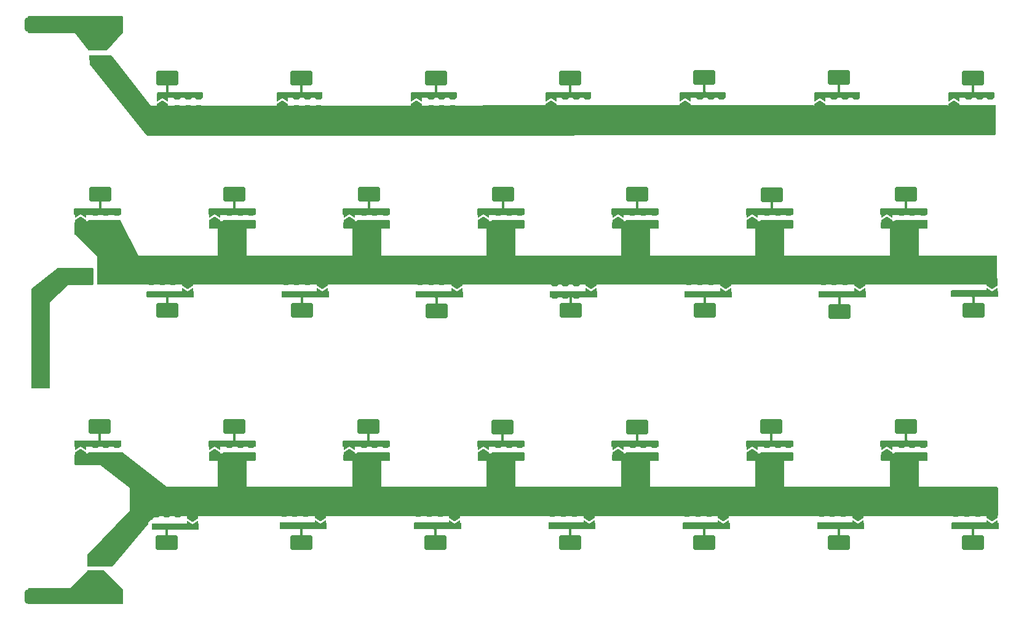
<source format=gbr>
%TF.GenerationSoftware,KiCad,Pcbnew,8.0.0*%
%TF.CreationDate,2025-01-10T11:52:10+00:00*%
%TF.ProjectId,vape_powerbank_pcb,76617065-5f70-46f7-9765-7262616e6b5f,rev?*%
%TF.SameCoordinates,Original*%
%TF.FileFunction,Copper,L1,Top*%
%TF.FilePolarity,Positive*%
%FSLAX46Y46*%
G04 Gerber Fmt 4.6, Leading zero omitted, Abs format (unit mm)*
G04 Created by KiCad (PCBNEW 8.0.0) date 2025-01-10 11:52:10*
%MOMM*%
%LPD*%
G01*
G04 APERTURE LIST*
G04 Aperture macros list*
%AMRoundRect*
0 Rectangle with rounded corners*
0 $1 Rounding radius*
0 $2 $3 $4 $5 $6 $7 $8 $9 X,Y pos of 4 corners*
0 Add a 4 corners polygon primitive as box body*
4,1,4,$2,$3,$4,$5,$6,$7,$8,$9,$2,$3,0*
0 Add four circle primitives for the rounded corners*
1,1,$1+$1,$2,$3*
1,1,$1+$1,$4,$5*
1,1,$1+$1,$6,$7*
1,1,$1+$1,$8,$9*
0 Add four rect primitives between the rounded corners*
20,1,$1+$1,$2,$3,$4,$5,0*
20,1,$1+$1,$4,$5,$6,$7,0*
20,1,$1+$1,$6,$7,$8,$9,0*
20,1,$1+$1,$8,$9,$2,$3,0*%
%AMFreePoly0*
4,1,6,1.000000,0.000000,0.500000,-0.750000,-0.500000,-0.750000,-0.500000,0.750000,0.500000,0.750000,1.000000,0.000000,1.000000,0.000000,$1*%
%AMFreePoly1*
4,1,6,0.500000,-0.750000,-0.650000,-0.750000,-0.150000,0.000000,-0.650000,0.750000,0.500000,0.750000,0.500000,-0.750000,0.500000,-0.750000,$1*%
G04 Aperture macros list end*
%TA.AperFunction,SMDPad,CuDef*%
%ADD10RoundRect,0.200000X-0.275000X0.200000X-0.275000X-0.200000X0.275000X-0.200000X0.275000X0.200000X0*%
%TD*%
%TA.AperFunction,SMDPad,CuDef*%
%ADD11RoundRect,0.200000X-1.300000X-0.800000X1.300000X-0.800000X1.300000X0.800000X-1.300000X0.800000X0*%
%TD*%
%TA.AperFunction,SMDPad,CuDef*%
%ADD12FreePoly0,270.000000*%
%TD*%
%TA.AperFunction,SMDPad,CuDef*%
%ADD13FreePoly1,270.000000*%
%TD*%
%TA.AperFunction,SMDPad,CuDef*%
%ADD14FreePoly0,90.000000*%
%TD*%
%TA.AperFunction,SMDPad,CuDef*%
%ADD15FreePoly1,90.000000*%
%TD*%
%TA.AperFunction,SMDPad,CuDef*%
%ADD16RoundRect,0.237500X0.237500X-0.287500X0.237500X0.287500X-0.237500X0.287500X-0.237500X-0.287500X0*%
%TD*%
%TA.AperFunction,SMDPad,CuDef*%
%ADD17RoundRect,0.499999X-2.500001X0.499998X-2.500001X-0.499998X2.500001X-0.499998X2.500001X0.499998X0*%
%TD*%
%TA.AperFunction,SMDPad,CuDef*%
%ADD18RoundRect,0.499999X-1.000001X0.499998X-1.000001X-0.499998X1.000001X-0.499998X1.000001X0.499998X0*%
%TD*%
%TA.AperFunction,SMDPad,CuDef*%
%ADD19RoundRect,0.499999X0.499998X2.500001X-0.499998X2.500001X-0.499998X-2.500001X0.499998X-2.500001X0*%
%TD*%
%TA.AperFunction,SMDPad,CuDef*%
%ADD20RoundRect,0.499999X0.499998X1.000001X-0.499998X1.000001X-0.499998X-1.000001X0.499998X-1.000001X0*%
%TD*%
%TA.AperFunction,SMDPad,CuDef*%
%ADD21RoundRect,0.237500X-0.237500X0.287500X-0.237500X-0.287500X0.237500X-0.287500X0.237500X0.287500X0*%
%TD*%
%TA.AperFunction,SMDPad,CuDef*%
%ADD22RoundRect,0.237500X-0.287500X-0.237500X0.287500X-0.237500X0.287500X0.237500X-0.287500X0.237500X0*%
%TD*%
%TA.AperFunction,Conductor*%
%ADD23C,0.300000*%
%TD*%
%TA.AperFunction,Conductor*%
%ADD24C,1.000000*%
%TD*%
G04 APERTURE END LIST*
D10*
%TO.P,R2,1*%
%TO.N,Net-(JP1-B)*%
X24800000Y-24675000D03*
%TO.P,R2,2*%
%TO.N,Net-(JP1-A)*%
X24800000Y-26325000D03*
%TD*%
%TO.P,R97,1*%
%TO.N,Net-(JP22-A)*%
X96500000Y-82175000D03*
%TO.P,R97,2*%
%TO.N,Net-(JP33-B)*%
X96500000Y-83825000D03*
%TD*%
%TO.P,R100,1*%
%TO.N,Net-(JP22-A)*%
X115000000Y-82175000D03*
%TO.P,R100,2*%
%TO.N,Net-(JP34-B)*%
X115000000Y-83825000D03*
%TD*%
%TO.P,R85,1*%
%TO.N,Net-(JP22-A)*%
X23400000Y-82275000D03*
%TO.P,R85,2*%
%TO.N,Net-(JP29-B)*%
X23400000Y-83925000D03*
%TD*%
%TO.P,R55,1*%
%TO.N,Net-(JP10-A)*%
X96750000Y-50275000D03*
%TO.P,R55,2*%
%TO.N,Net-(JP19-B)*%
X96750000Y-51925000D03*
%TD*%
D11*
%TO.P,SPRING34,1,1*%
%TO.N,Net-(JP34-B)*%
X114372496Y-86203427D03*
%TD*%
%TO.P,SPRING31,1,1*%
%TO.N,Net-(JP31-B)*%
X58872486Y-86203417D03*
%TD*%
D10*
%TO.P,R48,1*%
%TO.N,Net-(JP10-A)*%
X38250000Y-50275000D03*
%TO.P,R48,2*%
%TO.N,Net-(JP16-B)*%
X38250000Y-51925000D03*
%TD*%
D12*
%TO.P,JP19,1,A*%
%TO.N,Net-(JP10-A)*%
X98800000Y-50275000D03*
D13*
%TO.P,JP19,2,B*%
%TO.N,Net-(JP19-B)*%
X98800000Y-51725000D03*
%TD*%
D14*
%TO.P,JP26,1,A*%
%TO.N,Net-(JP22-A)*%
X84000000Y-74225000D03*
D15*
%TO.P,JP26,2,B*%
%TO.N,Net-(JP26-B)*%
X84000000Y-72775000D03*
%TD*%
D10*
%TO.P,R78,1*%
%TO.N,Net-(JP26-B)*%
X86000000Y-72675000D03*
%TO.P,R78,2*%
%TO.N,Net-(JP22-A)*%
X86000000Y-74325000D03*
%TD*%
%TO.P,R50,1*%
%TO.N,Net-(JP10-A)*%
X58250000Y-50275000D03*
%TO.P,R50,2*%
%TO.N,Net-(JP17-B)*%
X58250000Y-51925000D03*
%TD*%
%TO.P,R66,1*%
%TO.N,Net-(JP22-B)*%
X12000000Y-72675000D03*
%TO.P,R66,2*%
%TO.N,Net-(JP22-A)*%
X12000000Y-74325000D03*
%TD*%
%TO.P,R69,1*%
%TO.N,Net-(JP23-B)*%
X30490000Y-72675000D03*
%TO.P,R69,2*%
%TO.N,Net-(JP22-A)*%
X30490000Y-74325000D03*
%TD*%
%TO.P,R34,1*%
%TO.N,Net-(JP12-B)*%
X89000000Y-40675000D03*
%TO.P,R34,2*%
%TO.N,Net-(JP10-A)*%
X89000000Y-42325000D03*
%TD*%
%TO.P,R12,1*%
%TO.N,Net-(JP4-B)*%
X76750000Y-24675000D03*
%TO.P,R12,2*%
%TO.N,Net-(JP1-A)*%
X76750000Y-26325000D03*
%TD*%
%TO.P,R56,1*%
%TO.N,Net-(JP10-A)*%
X95250000Y-50275000D03*
%TO.P,R56,2*%
%TO.N,Net-(JP19-B)*%
X95250000Y-51925000D03*
%TD*%
%TO.P,R16,1*%
%TO.N,Net-(JP6-B)*%
X116750000Y-24675000D03*
%TO.P,R16,2*%
%TO.N,Net-(JP1-A)*%
X116750000Y-26325000D03*
%TD*%
D11*
%TO.P,SPRING33,1,1*%
%TO.N,Net-(JP33-B)*%
X95872486Y-86203417D03*
%TD*%
D12*
%TO.P,JP16,1,A*%
%TO.N,Net-(JP10-A)*%
X43300000Y-50275000D03*
D13*
%TO.P,JP16,2,B*%
%TO.N,Net-(JP16-B)*%
X43300000Y-51725000D03*
%TD*%
D10*
%TO.P,R33,1*%
%TO.N,Net-(JP11-B)*%
X67500000Y-40675000D03*
%TO.P,R33,2*%
%TO.N,Net-(JP10-A)*%
X67500000Y-42325000D03*
%TD*%
%TO.P,R51,1*%
%TO.N,Net-(JP10-A)*%
X56750000Y-50275000D03*
%TO.P,R51,2*%
%TO.N,Net-(JP17-B)*%
X56750000Y-51925000D03*
%TD*%
D16*
%TO.P,F3,1*%
%TO.N,Net-(J3-Pin_1)*%
X12000000Y-90625000D03*
%TO.P,F3,2*%
%TO.N,Net-(JP22-A)*%
X12000000Y-88875000D03*
%TD*%
D11*
%TO.P,SPRING21,1,1*%
%TO.N,Net-(JP21-B)*%
X132908222Y-54194903D03*
%TD*%
D10*
%TO.P,R1,1*%
%TO.N,Net-(JP1-B)*%
X26300000Y-24675000D03*
%TO.P,R1,2*%
%TO.N,Net-(JP1-A)*%
X26300000Y-26325000D03*
%TD*%
D11*
%TO.P,SPRING18,1,1*%
%TO.N,Net-(JP18-B)*%
X77450030Y-54200020D03*
%TD*%
%TO.P,SPRING6,1,1*%
%TO.N,Net-(JP6-B)*%
X114400000Y-22100000D03*
%TD*%
D10*
%TO.P,R31,1*%
%TO.N,Net-(JP11-B)*%
X70500000Y-40675000D03*
%TO.P,R31,2*%
%TO.N,Net-(JP10-A)*%
X70500000Y-42325000D03*
%TD*%
D11*
%TO.P,SPRING13,1,1*%
%TO.N,Net-(JP13-B)*%
X105159387Y-38237195D03*
%TD*%
D10*
%TO.P,R58,1*%
%TO.N,Net-(JP10-A)*%
X115250000Y-50275000D03*
%TO.P,R58,2*%
%TO.N,Net-(JP20-B)*%
X115250000Y-51925000D03*
%TD*%
%TO.P,R75,1*%
%TO.N,Net-(JP25-B)*%
X67500000Y-72675000D03*
%TO.P,R75,2*%
%TO.N,Net-(JP22-A)*%
X67500000Y-74325000D03*
%TD*%
%TO.P,R95,1*%
%TO.N,Net-(JP22-A)*%
X76500000Y-82175000D03*
%TO.P,R95,2*%
%TO.N,Net-(JP32-B)*%
X76500000Y-83825000D03*
%TD*%
D14*
%TO.P,JP11,1,A*%
%TO.N,Net-(JP10-A)*%
X65500000Y-42225000D03*
D15*
%TO.P,JP11,2,B*%
%TO.N,Net-(JP11-B)*%
X65500000Y-40775000D03*
%TD*%
D10*
%TO.P,R80,1*%
%TO.N,Net-(JP27-B)*%
X106000000Y-72675000D03*
%TO.P,R80,2*%
%TO.N,Net-(JP22-A)*%
X106000000Y-74325000D03*
%TD*%
%TO.P,R17,1*%
%TO.N,Net-(JP6-B)*%
X115250000Y-24675000D03*
%TO.P,R17,2*%
%TO.N,Net-(JP1-A)*%
X115250000Y-26325000D03*
%TD*%
%TO.P,R57,1*%
%TO.N,Net-(JP10-A)*%
X93750000Y-50275000D03*
%TO.P,R57,2*%
%TO.N,Net-(JP19-B)*%
X93750000Y-51925000D03*
%TD*%
%TO.P,R76,1*%
%TO.N,Net-(JP26-B)*%
X89000000Y-72675000D03*
%TO.P,R76,2*%
%TO.N,Net-(JP22-A)*%
X89000000Y-74325000D03*
%TD*%
D14*
%TO.P,JP10,1,A*%
%TO.N,Net-(JP10-A)*%
X47000000Y-42225000D03*
D15*
%TO.P,JP10,2,B*%
%TO.N,Net-(JP10-B)*%
X47000000Y-40775000D03*
%TD*%
D14*
%TO.P,JP7,1,A*%
%TO.N,Net-(JP1-A)*%
X130250000Y-26225000D03*
D15*
%TO.P,JP7,2,B*%
%TO.N,Net-(JP7-B)*%
X130250000Y-24775000D03*
%TD*%
D10*
%TO.P,R47,1*%
%TO.N,Net-(JP10-A)*%
X39750000Y-50275000D03*
%TO.P,R47,2*%
%TO.N,Net-(JP16-B)*%
X39750000Y-51925000D03*
%TD*%
D11*
%TO.P,SPRING28,1,1*%
%TO.N,Net-(JP28-B)*%
X123647500Y-70189537D03*
%TD*%
D10*
%TO.P,R88,1*%
%TO.N,Net-(JP22-A)*%
X41000000Y-82175000D03*
%TO.P,R88,2*%
%TO.N,Net-(JP30-B)*%
X41000000Y-83825000D03*
%TD*%
%TO.P,R30,1*%
%TO.N,Net-(JP10-B)*%
X49000000Y-40675000D03*
%TO.P,R30,2*%
%TO.N,Net-(JP10-A)*%
X49000000Y-42325000D03*
%TD*%
D14*
%TO.P,JP1,1,A*%
%TO.N,Net-(JP1-A)*%
X21300000Y-26225000D03*
D15*
%TO.P,JP1,2,B*%
%TO.N,Net-(JP1-B)*%
X21300000Y-24775000D03*
%TD*%
D17*
%TO.P,J1,1,Pin_1*%
%TO.N,Net-(J1-Pin_1)*%
X5275000Y-14800000D03*
D18*
X14275000Y-14800000D03*
%TD*%
D10*
%TO.P,R44,1*%
%TO.N,Net-(JP10-A)*%
X21250000Y-50275000D03*
%TO.P,R44,2*%
%TO.N,Net-(JP15-B)*%
X21250000Y-51925000D03*
%TD*%
%TO.P,R23,1*%
%TO.N,Net-(JP8-B)*%
X13500000Y-40675000D03*
%TO.P,R23,2*%
%TO.N,Net-(JP10-A)*%
X13500000Y-42325000D03*
%TD*%
%TO.P,R3,1*%
%TO.N,Net-(JP1-B)*%
X23300000Y-24675000D03*
%TO.P,R3,2*%
%TO.N,Net-(JP1-A)*%
X23300000Y-26325000D03*
%TD*%
%TO.P,R32,1*%
%TO.N,Net-(JP11-B)*%
X69000000Y-40675000D03*
%TO.P,R32,2*%
%TO.N,Net-(JP10-A)*%
X69000000Y-42325000D03*
%TD*%
%TO.P,R25,1*%
%TO.N,Net-(JP9-B)*%
X33500000Y-40675000D03*
%TO.P,R25,2*%
%TO.N,Net-(JP10-A)*%
X33500000Y-42325000D03*
%TD*%
%TO.P,R72,1*%
%TO.N,Net-(JP24-B)*%
X49000000Y-72675000D03*
%TO.P,R72,2*%
%TO.N,Net-(JP22-A)*%
X49000000Y-74325000D03*
%TD*%
D12*
%TO.P,JP17,1,A*%
%TO.N,Net-(JP10-A)*%
X61800000Y-50275000D03*
D13*
%TO.P,JP17,2,B*%
%TO.N,Net-(JP17-B)*%
X61800000Y-51725000D03*
%TD*%
D10*
%TO.P,R102,1*%
%TO.N,Net-(JP22-A)*%
X112000000Y-82175000D03*
%TO.P,R102,2*%
%TO.N,Net-(JP34-B)*%
X112000000Y-83825000D03*
%TD*%
D11*
%TO.P,SPRING17,1,1*%
%TO.N,Net-(JP17-B)*%
X58991888Y-54205166D03*
%TD*%
D10*
%TO.P,R63,1*%
%TO.N,Net-(JP10-A)*%
X130500000Y-50175000D03*
%TO.P,R63,2*%
%TO.N,Net-(JP21-B)*%
X130500000Y-51825000D03*
%TD*%
D11*
%TO.P,SPRING12,1,1*%
%TO.N,Net-(JP12-B)*%
X86660652Y-38136591D03*
%TD*%
%TO.P,SPRING11,1,1*%
%TO.N,Net-(JP11-B)*%
X68202510Y-38141737D03*
%TD*%
%TO.P,SPRING7,1,1*%
%TO.N,Net-(JP7-B)*%
X132872500Y-22117600D03*
%TD*%
D10*
%TO.P,R81,1*%
%TO.N,Net-(JP27-B)*%
X104500000Y-72675000D03*
%TO.P,R81,2*%
%TO.N,Net-(JP22-A)*%
X104500000Y-74325000D03*
%TD*%
%TO.P,R6,1*%
%TO.N,Net-(JP2-B)*%
X39750000Y-24675000D03*
%TO.P,R6,2*%
%TO.N,Net-(JP1-A)*%
X39750000Y-26325000D03*
%TD*%
%TO.P,R90,1*%
%TO.N,Net-(JP22-A)*%
X38000000Y-82175000D03*
%TO.P,R90,2*%
%TO.N,Net-(JP30-B)*%
X38000000Y-83825000D03*
%TD*%
%TO.P,R26,1*%
%TO.N,Net-(JP9-B)*%
X32000000Y-40675000D03*
%TO.P,R26,2*%
%TO.N,Net-(JP10-A)*%
X32000000Y-42325000D03*
%TD*%
%TO.P,R89,1*%
%TO.N,Net-(JP22-A)*%
X39500000Y-82175000D03*
%TO.P,R89,2*%
%TO.N,Net-(JP30-B)*%
X39500000Y-83825000D03*
%TD*%
%TO.P,R52,1*%
%TO.N,Net-(JP10-A)*%
X78250000Y-50475000D03*
%TO.P,R52,2*%
%TO.N,Net-(JP18-B)*%
X78250000Y-52125000D03*
%TD*%
%TO.P,R87,1*%
%TO.N,Net-(JP22-A)*%
X20400000Y-82275000D03*
%TO.P,R87,2*%
%TO.N,Net-(JP29-B)*%
X20400000Y-83925000D03*
%TD*%
D12*
%TO.P,JP30,1,A*%
%TO.N,Net-(JP22-A)*%
X43000000Y-82275000D03*
D13*
%TO.P,JP30,2,B*%
%TO.N,Net-(JP30-B)*%
X43000000Y-83725000D03*
%TD*%
D11*
%TO.P,SPRING2,1,1*%
%TO.N,Net-(JP2-B)*%
X40400000Y-22122696D03*
%TD*%
D10*
%TO.P,R71,1*%
%TO.N,Net-(JP24-B)*%
X50500000Y-72675000D03*
%TO.P,R71,2*%
%TO.N,Net-(JP22-A)*%
X50500000Y-74325000D03*
%TD*%
D14*
%TO.P,JP23,1,A*%
%TO.N,Net-(JP22-A)*%
X28500000Y-74225000D03*
D15*
%TO.P,JP23,2,B*%
%TO.N,Net-(JP23-B)*%
X28500000Y-72775000D03*
%TD*%
D14*
%TO.P,JP14,1,A*%
%TO.N,Net-(JP10-A)*%
X121000000Y-42225000D03*
D15*
%TO.P,JP14,2,B*%
%TO.N,Net-(JP14-B)*%
X121000000Y-40775000D03*
%TD*%
D14*
%TO.P,JP9,1,A*%
%TO.N,Net-(JP10-A)*%
X28500000Y-42225000D03*
D15*
%TO.P,JP9,2,B*%
%TO.N,Net-(JP9-B)*%
X28500000Y-40775000D03*
%TD*%
D19*
%TO.P,J2,1,Pin_1*%
%TO.N,Net-(J2-Pin_1)*%
X4400000Y-54175000D03*
D20*
X4400000Y-63175000D03*
%TD*%
D14*
%TO.P,JP4,1,A*%
%TO.N,Net-(JP1-A)*%
X74750000Y-26225000D03*
D15*
%TO.P,JP4,2,B*%
%TO.N,Net-(JP4-B)*%
X74750000Y-24775000D03*
%TD*%
D10*
%TO.P,R36,1*%
%TO.N,Net-(JP12-B)*%
X85990000Y-40675000D03*
%TO.P,R36,2*%
%TO.N,Net-(JP10-A)*%
X85990000Y-42325000D03*
%TD*%
%TO.P,R9,1*%
%TO.N,Net-(JP3-B)*%
X58250000Y-24675000D03*
%TO.P,R9,2*%
%TO.N,Net-(JP1-A)*%
X58250000Y-26325000D03*
%TD*%
%TO.P,R5,1*%
%TO.N,Net-(JP2-B)*%
X41250000Y-24675000D03*
%TO.P,R5,2*%
%TO.N,Net-(JP1-A)*%
X41250000Y-26325000D03*
%TD*%
%TO.P,R39,1*%
%TO.N,Net-(JP13-B)*%
X104500000Y-40675000D03*
%TO.P,R39,2*%
%TO.N,Net-(JP10-A)*%
X104500000Y-42325000D03*
%TD*%
%TO.P,R83,1*%
%TO.N,Net-(JP28-B)*%
X124500000Y-72675000D03*
%TO.P,R83,2*%
%TO.N,Net-(JP22-A)*%
X124500000Y-74325000D03*
%TD*%
%TO.P,R67,1*%
%TO.N,Net-(JP23-B)*%
X33500000Y-72675000D03*
%TO.P,R67,2*%
%TO.N,Net-(JP22-A)*%
X33500000Y-74325000D03*
%TD*%
D11*
%TO.P,SPRING27,1,1*%
%TO.N,Net-(JP27-B)*%
X105105662Y-70184430D03*
%TD*%
D10*
%TO.P,R14,1*%
%TO.N,Net-(JP5-B)*%
X96750000Y-24675000D03*
%TO.P,R14,2*%
%TO.N,Net-(JP1-A)*%
X96750000Y-26325000D03*
%TD*%
%TO.P,R37,1*%
%TO.N,Net-(JP13-B)*%
X107500000Y-40675000D03*
%TO.P,R37,2*%
%TO.N,Net-(JP10-A)*%
X107500000Y-42325000D03*
%TD*%
D14*
%TO.P,JP2,1,A*%
%TO.N,Net-(JP1-A)*%
X37750000Y-26225000D03*
D15*
%TO.P,JP2,2,B*%
%TO.N,Net-(JP2-B)*%
X37750000Y-24775000D03*
%TD*%
D10*
%TO.P,R46,1*%
%TO.N,Net-(JP10-A)*%
X41250000Y-50275000D03*
%TO.P,R46,2*%
%TO.N,Net-(JP16-B)*%
X41250000Y-51925000D03*
%TD*%
D14*
%TO.P,JP25,1,A*%
%TO.N,Net-(JP22-A)*%
X65500000Y-74225000D03*
D15*
%TO.P,JP25,2,B*%
%TO.N,Net-(JP25-B)*%
X65500000Y-72775000D03*
%TD*%
D12*
%TO.P,JP34,1,A*%
%TO.N,Net-(JP22-A)*%
X117000000Y-82275000D03*
D13*
%TO.P,JP34,2,B*%
%TO.N,Net-(JP34-B)*%
X117000000Y-83725000D03*
%TD*%
D10*
%TO.P,R74,1*%
%TO.N,Net-(JP25-B)*%
X69000000Y-72675000D03*
%TO.P,R74,2*%
%TO.N,Net-(JP22-A)*%
X69000000Y-74325000D03*
%TD*%
%TO.P,R22,1*%
%TO.N,Net-(JP8-B)*%
X15000000Y-40675000D03*
%TO.P,R22,2*%
%TO.N,Net-(JP10-A)*%
X15000000Y-42325000D03*
%TD*%
%TO.P,R73,1*%
%TO.N,Net-(JP25-B)*%
X70500000Y-72675000D03*
%TO.P,R73,2*%
%TO.N,Net-(JP22-A)*%
X70500000Y-74325000D03*
%TD*%
%TO.P,R77,1*%
%TO.N,Net-(JP26-B)*%
X87500000Y-72675000D03*
%TO.P,R77,2*%
%TO.N,Net-(JP22-A)*%
X87500000Y-74325000D03*
%TD*%
%TO.P,R79,1*%
%TO.N,Net-(JP27-B)*%
X107500000Y-72675000D03*
%TO.P,R79,2*%
%TO.N,Net-(JP22-A)*%
X107500000Y-74325000D03*
%TD*%
%TO.P,R70,1*%
%TO.N,Net-(JP24-B)*%
X52000000Y-72675000D03*
%TO.P,R70,2*%
%TO.N,Net-(JP22-A)*%
X52000000Y-74325000D03*
%TD*%
D12*
%TO.P,JP21,1,A*%
%TO.N,Net-(JP10-A)*%
X135500000Y-50275000D03*
D13*
%TO.P,JP21,2,B*%
%TO.N,Net-(JP21-B)*%
X135500000Y-51725000D03*
%TD*%
D12*
%TO.P,JP29,1,A*%
%TO.N,Net-(JP22-A)*%
X25400000Y-82375000D03*
D13*
%TO.P,JP29,2,B*%
%TO.N,Net-(JP29-B)*%
X25400000Y-83825000D03*
%TD*%
D17*
%TO.P,J3,1,Pin_1*%
%TO.N,Net-(J3-Pin_1)*%
X5275000Y-93600000D03*
D18*
X14275000Y-93600000D03*
%TD*%
D10*
%TO.P,R98,1*%
%TO.N,Net-(JP22-A)*%
X95000000Y-82175000D03*
%TO.P,R98,2*%
%TO.N,Net-(JP33-B)*%
X95000000Y-83825000D03*
%TD*%
%TO.P,R40,1*%
%TO.N,Net-(JP14-B)*%
X126000000Y-40675000D03*
%TO.P,R40,2*%
%TO.N,Net-(JP10-A)*%
X126000000Y-42325000D03*
%TD*%
%TO.P,R94,1*%
%TO.N,Net-(JP22-A)*%
X78000000Y-82175000D03*
%TO.P,R94,2*%
%TO.N,Net-(JP32-B)*%
X78000000Y-83825000D03*
%TD*%
D11*
%TO.P,SPRING29,1,1*%
%TO.N,Net-(JP29-B)*%
X21872490Y-86203430D03*
%TD*%
D10*
%TO.P,R59,1*%
%TO.N,Net-(JP10-A)*%
X113750000Y-50275000D03*
%TO.P,R59,2*%
%TO.N,Net-(JP20-B)*%
X113750000Y-51925000D03*
%TD*%
D21*
%TO.P,F1,1*%
%TO.N,Net-(J1-Pin_1)*%
X12025000Y-17775000D03*
%TO.P,F1,2*%
%TO.N,Net-(JP1-A)*%
X12025000Y-19525000D03*
%TD*%
D10*
%TO.P,R68,1*%
%TO.N,Net-(JP23-B)*%
X32000000Y-72675000D03*
%TO.P,R68,2*%
%TO.N,Net-(JP22-A)*%
X32000000Y-74325000D03*
%TD*%
D14*
%TO.P,JP28,1,A*%
%TO.N,Net-(JP22-A)*%
X121000000Y-74225000D03*
D15*
%TO.P,JP28,2,B*%
%TO.N,Net-(JP28-B)*%
X121000000Y-72775000D03*
%TD*%
D10*
%TO.P,R35,1*%
%TO.N,Net-(JP12-B)*%
X87500000Y-40675000D03*
%TO.P,R35,2*%
%TO.N,Net-(JP10-A)*%
X87500000Y-42325000D03*
%TD*%
D11*
%TO.P,SPRING24,1,1*%
%TO.N,Net-(JP24-B)*%
X49605632Y-70184410D03*
%TD*%
D10*
%TO.P,R53,1*%
%TO.N,Net-(JP10-A)*%
X76750000Y-50475000D03*
%TO.P,R53,2*%
%TO.N,Net-(JP18-B)*%
X76750000Y-52125000D03*
%TD*%
%TO.P,R105,1*%
%TO.N,Net-(JP22-A)*%
X130490000Y-82175000D03*
%TO.P,R105,2*%
%TO.N,Net-(JP35-B)*%
X130490000Y-83825000D03*
%TD*%
%TO.P,R18,1*%
%TO.N,Net-(JP6-B)*%
X113750000Y-24675000D03*
%TO.P,R18,2*%
%TO.N,Net-(JP1-A)*%
X113750000Y-26325000D03*
%TD*%
%TO.P,R15,1*%
%TO.N,Net-(JP5-B)*%
X95250000Y-24675000D03*
%TO.P,R15,2*%
%TO.N,Net-(JP1-A)*%
X95250000Y-26325000D03*
%TD*%
%TO.P,R38,1*%
%TO.N,Net-(JP13-B)*%
X106000000Y-40675000D03*
%TO.P,R38,2*%
%TO.N,Net-(JP10-A)*%
X106000000Y-42325000D03*
%TD*%
D12*
%TO.P,JP33,1,A*%
%TO.N,Net-(JP22-A)*%
X98500000Y-82275000D03*
D13*
%TO.P,JP33,2,B*%
%TO.N,Net-(JP33-B)*%
X98500000Y-83725000D03*
%TD*%
D10*
%TO.P,R7,1*%
%TO.N,Net-(JP3-B)*%
X61250000Y-24675000D03*
%TO.P,R7,2*%
%TO.N,Net-(JP1-A)*%
X61250000Y-26325000D03*
%TD*%
%TO.P,R92,1*%
%TO.N,Net-(JP22-A)*%
X58000000Y-82175000D03*
%TO.P,R92,2*%
%TO.N,Net-(JP31-B)*%
X58000000Y-83825000D03*
%TD*%
D12*
%TO.P,JP31,1,A*%
%TO.N,Net-(JP22-A)*%
X61500000Y-82275000D03*
D13*
%TO.P,JP31,2,B*%
%TO.N,Net-(JP31-B)*%
X61500000Y-83725000D03*
%TD*%
D10*
%TO.P,R24,1*%
%TO.N,Net-(JP8-B)*%
X12000000Y-40675000D03*
%TO.P,R24,2*%
%TO.N,Net-(JP10-A)*%
X12000000Y-42325000D03*
%TD*%
D14*
%TO.P,JP8,1,A*%
%TO.N,Net-(JP10-A)*%
X10000000Y-42225000D03*
D15*
%TO.P,JP8,2,B*%
%TO.N,Net-(JP8-B)*%
X10000000Y-40775000D03*
%TD*%
D11*
%TO.P,SPRING8,1,1*%
%TO.N,Net-(JP8-B)*%
X12700000Y-38144167D03*
%TD*%
%TO.P,SPRING15,1,1*%
%TO.N,Net-(JP15-B)*%
X21950000Y-54200000D03*
%TD*%
D10*
%TO.P,R62,1*%
%TO.N,Net-(JP10-A)*%
X132000000Y-50175000D03*
%TO.P,R62,2*%
%TO.N,Net-(JP21-B)*%
X132000000Y-51825000D03*
%TD*%
%TO.P,R93,1*%
%TO.N,Net-(JP22-A)*%
X56500000Y-82175000D03*
%TO.P,R93,2*%
%TO.N,Net-(JP31-B)*%
X56500000Y-83825000D03*
%TD*%
D12*
%TO.P,JP35,1,A*%
%TO.N,Net-(JP22-A)*%
X135500000Y-82275000D03*
D13*
%TO.P,JP35,2,B*%
%TO.N,Net-(JP35-B)*%
X135500000Y-83725000D03*
%TD*%
D10*
%TO.P,R41,1*%
%TO.N,Net-(JP14-B)*%
X124500000Y-40675000D03*
%TO.P,R41,2*%
%TO.N,Net-(JP10-A)*%
X124500000Y-42325000D03*
%TD*%
D11*
%TO.P,SPRING1,1,1*%
%TO.N,Net-(JP1-B)*%
X21914338Y-22122696D03*
%TD*%
D10*
%TO.P,R60,1*%
%TO.N,Net-(JP10-A)*%
X112250000Y-50275000D03*
%TO.P,R60,2*%
%TO.N,Net-(JP20-B)*%
X112250000Y-51925000D03*
%TD*%
%TO.P,R20,1*%
%TO.N,Net-(JP7-B)*%
X133750000Y-24675000D03*
%TO.P,R20,2*%
%TO.N,Net-(JP1-A)*%
X133750000Y-26325000D03*
%TD*%
%TO.P,R4,1*%
%TO.N,Net-(JP2-B)*%
X42750000Y-24675000D03*
%TO.P,R4,2*%
%TO.N,Net-(JP1-A)*%
X42750000Y-26325000D03*
%TD*%
%TO.P,R61,1*%
%TO.N,Net-(JP10-A)*%
X133500000Y-50175000D03*
%TO.P,R61,2*%
%TO.N,Net-(JP21-B)*%
X133500000Y-51825000D03*
%TD*%
D14*
%TO.P,JP24,1,A*%
%TO.N,Net-(JP22-A)*%
X47000000Y-74225000D03*
D15*
%TO.P,JP24,2,B*%
%TO.N,Net-(JP24-B)*%
X47000000Y-72775000D03*
%TD*%
D14*
%TO.P,JP27,1,A*%
%TO.N,Net-(JP22-A)*%
X102500000Y-74225000D03*
D15*
%TO.P,JP27,2,B*%
%TO.N,Net-(JP27-B)*%
X102500000Y-72775000D03*
%TD*%
D10*
%TO.P,R29,1*%
%TO.N,Net-(JP10-B)*%
X50500000Y-40675000D03*
%TO.P,R29,2*%
%TO.N,Net-(JP10-A)*%
X50500000Y-42325000D03*
%TD*%
%TO.P,R65,1*%
%TO.N,Net-(JP22-B)*%
X13500000Y-72675000D03*
%TO.P,R65,2*%
%TO.N,Net-(JP22-A)*%
X13500000Y-74325000D03*
%TD*%
%TO.P,R10,1*%
%TO.N,Net-(JP4-B)*%
X79750000Y-24675000D03*
%TO.P,R10,2*%
%TO.N,Net-(JP1-A)*%
X79750000Y-26325000D03*
%TD*%
%TO.P,R84,1*%
%TO.N,Net-(JP28-B)*%
X123000000Y-72675000D03*
%TO.P,R84,2*%
%TO.N,Net-(JP22-A)*%
X123000000Y-74325000D03*
%TD*%
D14*
%TO.P,JP12,1,A*%
%TO.N,Net-(JP10-A)*%
X84000000Y-42225000D03*
D15*
%TO.P,JP12,2,B*%
%TO.N,Net-(JP12-B)*%
X84000000Y-40775000D03*
%TD*%
D10*
%TO.P,R103,1*%
%TO.N,Net-(JP22-A)*%
X133500000Y-82175000D03*
%TO.P,R103,2*%
%TO.N,Net-(JP35-B)*%
X133500000Y-83825000D03*
%TD*%
D14*
%TO.P,JP13,1,A*%
%TO.N,Net-(JP10-A)*%
X102500000Y-42225000D03*
D15*
%TO.P,JP13,2,B*%
%TO.N,Net-(JP13-B)*%
X102500000Y-40775000D03*
%TD*%
D11*
%TO.P,SPRING4,1,1*%
%TO.N,Net-(JP4-B)*%
X77400000Y-22117550D03*
%TD*%
D10*
%TO.P,R99,1*%
%TO.N,Net-(JP22-A)*%
X93500000Y-82175000D03*
%TO.P,R99,2*%
%TO.N,Net-(JP33-B)*%
X93500000Y-83825000D03*
%TD*%
%TO.P,R27,1*%
%TO.N,Net-(JP9-B)*%
X30500000Y-40675000D03*
%TO.P,R27,2*%
%TO.N,Net-(JP10-A)*%
X30500000Y-42325000D03*
%TD*%
%TO.P,R49,1*%
%TO.N,Net-(JP10-A)*%
X59750000Y-50275000D03*
%TO.P,R49,2*%
%TO.N,Net-(JP17-B)*%
X59750000Y-51925000D03*
%TD*%
%TO.P,R101,1*%
%TO.N,Net-(JP22-A)*%
X113500000Y-82175000D03*
%TO.P,R101,2*%
%TO.N,Net-(JP34-B)*%
X113500000Y-83825000D03*
%TD*%
%TO.P,R11,1*%
%TO.N,Net-(JP4-B)*%
X78260000Y-24675000D03*
%TO.P,R11,2*%
%TO.N,Net-(JP1-A)*%
X78260000Y-26325000D03*
%TD*%
D11*
%TO.P,SPRING35,1,1*%
%TO.N,Net-(JP35-B)*%
X132872486Y-86203427D03*
%TD*%
%TO.P,SPRING14,1,1*%
%TO.N,Net-(JP14-B)*%
X123635663Y-38150000D03*
%TD*%
D10*
%TO.P,R42,1*%
%TO.N,Net-(JP14-B)*%
X123000000Y-40675000D03*
%TO.P,R42,2*%
%TO.N,Net-(JP10-A)*%
X123000000Y-42325000D03*
%TD*%
D11*
%TO.P,SPRING22,1,1*%
%TO.N,Net-(JP22-B)*%
X12650000Y-70187126D03*
%TD*%
%TO.P,SPRING19,1,1*%
%TO.N,Net-(JP19-B)*%
X95952540Y-54197590D03*
%TD*%
%TO.P,SPRING25,1,1*%
%TO.N,Net-(JP25-B)*%
X68104367Y-70285014D03*
%TD*%
D12*
%TO.P,JP20,1,A*%
%TO.N,Net-(JP10-A)*%
X117300000Y-50275000D03*
D13*
%TO.P,JP20,2,B*%
%TO.N,Net-(JP20-B)*%
X117300000Y-51725000D03*
%TD*%
D10*
%TO.P,R54,1*%
%TO.N,Net-(JP10-A)*%
X75250000Y-50475000D03*
%TO.P,R54,2*%
%TO.N,Net-(JP18-B)*%
X75250000Y-52125000D03*
%TD*%
D11*
%TO.P,SPRING5,1,1*%
%TO.N,Net-(JP5-B)*%
X95900000Y-22100000D03*
%TD*%
%TO.P,SPRING3,1,1*%
%TO.N,Net-(JP3-B)*%
X58914338Y-22122696D03*
%TD*%
D10*
%TO.P,R21,1*%
%TO.N,Net-(JP7-B)*%
X132250000Y-24675000D03*
%TO.P,R21,2*%
%TO.N,Net-(JP1-A)*%
X132250000Y-26325000D03*
%TD*%
%TO.P,R13,1*%
%TO.N,Net-(JP5-B)*%
X98250000Y-24675000D03*
%TO.P,R13,2*%
%TO.N,Net-(JP1-A)*%
X98250000Y-26325000D03*
%TD*%
%TO.P,R45,1*%
%TO.N,Net-(JP10-A)*%
X19750000Y-50275000D03*
%TO.P,R45,2*%
%TO.N,Net-(JP15-B)*%
X19750000Y-51925000D03*
%TD*%
D11*
%TO.P,SPRING32,1,1*%
%TO.N,Net-(JP32-B)*%
X77372486Y-86203417D03*
%TD*%
D12*
%TO.P,JP32,1,A*%
%TO.N,Net-(JP22-A)*%
X80000000Y-82275000D03*
D13*
%TO.P,JP32,2,B*%
%TO.N,Net-(JP32-B)*%
X80000000Y-83725000D03*
%TD*%
D22*
%TO.P,F2,1*%
%TO.N,Net-(J2-Pin_1)*%
X11075000Y-49100000D03*
%TO.P,F2,2*%
%TO.N,Net-(JP10-A)*%
X12825000Y-49100000D03*
%TD*%
D11*
%TO.P,SPRING20,1,1*%
%TO.N,Net-(JP20-B)*%
X114451275Y-54298194D03*
%TD*%
D10*
%TO.P,R82,1*%
%TO.N,Net-(JP28-B)*%
X126000000Y-72675000D03*
%TO.P,R82,2*%
%TO.N,Net-(JP22-A)*%
X126000000Y-74325000D03*
%TD*%
%TO.P,R28,1*%
%TO.N,Net-(JP10-B)*%
X52000000Y-40675000D03*
%TO.P,R28,2*%
%TO.N,Net-(JP10-A)*%
X52000000Y-42325000D03*
%TD*%
D11*
%TO.P,SPRING23,1,1*%
%TO.N,Net-(JP23-B)*%
X31147490Y-70189556D03*
%TD*%
D10*
%TO.P,R43,1*%
%TO.N,Net-(JP10-A)*%
X22750000Y-50275000D03*
%TO.P,R43,2*%
%TO.N,Net-(JP15-B)*%
X22750000Y-51925000D03*
%TD*%
%TO.P,R19,1*%
%TO.N,Net-(JP7-B)*%
X135250000Y-24675000D03*
%TO.P,R19,2*%
%TO.N,Net-(JP1-A)*%
X135250000Y-26325000D03*
%TD*%
%TO.P,R91,1*%
%TO.N,Net-(JP22-A)*%
X59500000Y-82175000D03*
%TO.P,R91,2*%
%TO.N,Net-(JP31-B)*%
X59500000Y-83825000D03*
%TD*%
D12*
%TO.P,JP15,1,A*%
%TO.N,Net-(JP10-A)*%
X24750000Y-50275000D03*
D13*
%TO.P,JP15,2,B*%
%TO.N,Net-(JP15-B)*%
X24750000Y-51725000D03*
%TD*%
D14*
%TO.P,JP3,1,A*%
%TO.N,Net-(JP1-A)*%
X56250000Y-26225000D03*
D15*
%TO.P,JP3,2,B*%
%TO.N,Net-(JP3-B)*%
X56250000Y-24775000D03*
%TD*%
D10*
%TO.P,R8,1*%
%TO.N,Net-(JP3-B)*%
X59750000Y-24675000D03*
%TO.P,R8,2*%
%TO.N,Net-(JP1-A)*%
X59750000Y-26325000D03*
%TD*%
%TO.P,R86,1*%
%TO.N,Net-(JP22-A)*%
X21900000Y-82275000D03*
%TO.P,R86,2*%
%TO.N,Net-(JP29-B)*%
X21900000Y-83925000D03*
%TD*%
D14*
%TO.P,JP6,1,A*%
%TO.N,Net-(JP1-A)*%
X111750000Y-26225000D03*
D15*
%TO.P,JP6,2,B*%
%TO.N,Net-(JP6-B)*%
X111750000Y-24775000D03*
%TD*%
D11*
%TO.P,SPRING30,1,1*%
%TO.N,Net-(JP30-B)*%
X40374996Y-86200987D03*
%TD*%
%TO.P,SPRING9,1,1*%
%TO.N,Net-(JP9-B)*%
X31202510Y-38141737D03*
%TD*%
D14*
%TO.P,JP5,1,A*%
%TO.N,Net-(JP1-A)*%
X93250000Y-26225000D03*
D15*
%TO.P,JP5,2,B*%
%TO.N,Net-(JP5-B)*%
X93250000Y-24775000D03*
%TD*%
D11*
%TO.P,SPRING16,1,1*%
%TO.N,Net-(JP16-B)*%
X40494398Y-54202736D03*
%TD*%
D10*
%TO.P,R96,1*%
%TO.N,Net-(JP22-A)*%
X74990000Y-82175000D03*
%TO.P,R96,2*%
%TO.N,Net-(JP32-B)*%
X74990000Y-83825000D03*
%TD*%
D11*
%TO.P,SPRING26,1,1*%
%TO.N,Net-(JP26-B)*%
X86606877Y-70282584D03*
%TD*%
D10*
%TO.P,R104,1*%
%TO.N,Net-(JP22-A)*%
X132000000Y-82175000D03*
%TO.P,R104,2*%
%TO.N,Net-(JP35-B)*%
X132000000Y-83825000D03*
%TD*%
D14*
%TO.P,JP22,1,A*%
%TO.N,Net-(JP22-A)*%
X10000000Y-74225000D03*
D15*
%TO.P,JP22,2,B*%
%TO.N,Net-(JP22-B)*%
X10000000Y-72775000D03*
%TD*%
D12*
%TO.P,JP18,1,A*%
%TO.N,Net-(JP10-A)*%
X80300000Y-50275000D03*
D13*
%TO.P,JP18,2,B*%
%TO.N,Net-(JP18-B)*%
X80300000Y-51725000D03*
%TD*%
D11*
%TO.P,SPRING10,1,1*%
%TO.N,Net-(JP10-B)*%
X49700000Y-38144167D03*
%TD*%
D10*
%TO.P,R64,1*%
%TO.N,Net-(JP22-B)*%
X15000000Y-72675000D03*
%TO.P,R64,2*%
%TO.N,Net-(JP22-A)*%
X15000000Y-74325000D03*
%TD*%
D23*
%TO.N,Net-(JP1-B)*%
X21914338Y-24114338D02*
X22000000Y-24200000D01*
X21914338Y-22122696D02*
X21914338Y-24114338D01*
%TO.N,Net-(JP2-B)*%
X40400000Y-22122696D02*
X40400000Y-24100000D01*
X40400000Y-24100000D02*
X40500000Y-24200000D01*
%TO.N,Net-(JP3-B)*%
X58914338Y-22122696D02*
X58914338Y-24114338D01*
X58914338Y-24114338D02*
X59000000Y-24200000D01*
%TO.N,Net-(JP4-B)*%
X77400000Y-24100000D02*
X77500000Y-24200000D01*
X77400000Y-22117550D02*
X77400000Y-24100000D01*
%TO.N,Net-(JP5-B)*%
X95900000Y-22100000D02*
X95900000Y-24100000D01*
X95900000Y-24100000D02*
X96000000Y-24200000D01*
%TO.N,Net-(JP6-B)*%
X114400000Y-22100000D02*
X114400000Y-24100000D01*
X114400000Y-24100000D02*
X114500000Y-24200000D01*
%TO.N,Net-(JP7-B)*%
X132872500Y-24172500D02*
X132900000Y-24200000D01*
X132872500Y-22117600D02*
X132872500Y-24172500D01*
%TO.N,Net-(JP8-B)*%
X12700000Y-40100000D02*
X12800000Y-40200000D01*
X12700000Y-38144167D02*
X12700000Y-40100000D01*
%TO.N,Net-(JP9-B)*%
X31202510Y-40197490D02*
X31200000Y-40200000D01*
X31202510Y-38141737D02*
X31202510Y-40197490D01*
%TO.N,Net-(JP10-B)*%
X49700000Y-38144167D02*
X49700000Y-40200000D01*
%TO.N,Net-(JP11-B)*%
X68202510Y-38141737D02*
X68202510Y-40197490D01*
X68202510Y-40197490D02*
X68200000Y-40200000D01*
%TO.N,Net-(JP12-B)*%
X86660652Y-40260652D02*
X86700000Y-40300000D01*
X86660652Y-38136591D02*
X86660652Y-40260652D01*
%TO.N,Net-(JP13-B)*%
X105159387Y-38237195D02*
X105159387Y-40159387D01*
X105159387Y-40159387D02*
X105200000Y-40200000D01*
%TO.N,Net-(JP14-B)*%
X123635663Y-40135663D02*
X123700000Y-40200000D01*
X123635663Y-38150000D02*
X123635663Y-40135663D01*
%TO.N,Net-(JP15-B)*%
X21950000Y-54200000D02*
X21950000Y-52350000D01*
X21950000Y-52350000D02*
X21900000Y-52300000D01*
%TO.N,Net-(JP22-B)*%
X12650000Y-72150000D02*
X12700000Y-72200000D01*
X12650000Y-70187126D02*
X12650000Y-72150000D01*
D24*
%TO.N,Net-(JP23-B)*%
X31664338Y-70187107D02*
X31012893Y-70187107D01*
D23*
X31147490Y-72047490D02*
X31300000Y-72200000D01*
X31147490Y-70189556D02*
X31147490Y-72047490D01*
%TO.N,Net-(JP24-B)*%
X49605632Y-70184410D02*
X49605632Y-72105632D01*
X49605632Y-72105632D02*
X49700000Y-72200000D01*
%TO.N,Net-(JP25-B)*%
X68104367Y-70285014D02*
X68104367Y-72104367D01*
X68104367Y-72104367D02*
X68200000Y-72200000D01*
%TO.N,Net-(JP26-B)*%
X86606877Y-70282584D02*
X86606877Y-72106877D01*
X86606877Y-72106877D02*
X86700000Y-72200000D01*
%TO.N,Net-(JP27-B)*%
X105105662Y-72105662D02*
X105200000Y-72200000D01*
X105105662Y-70184430D02*
X105105662Y-72105662D01*
%TO.N,Net-(JP28-B)*%
X123647500Y-70189537D02*
X123647500Y-72047500D01*
X123647500Y-72047500D02*
X123800000Y-72200000D01*
%TO.N,Net-(JP29-B)*%
X21872490Y-86203430D02*
X21872490Y-84372490D01*
X21872490Y-84372490D02*
X21700000Y-84200000D01*
%TO.N,Net-(JP30-B)*%
X40374996Y-86200987D02*
X40374996Y-84274996D01*
X40374996Y-84274996D02*
X40300000Y-84200000D01*
%TO.N,Net-(JP31-B)*%
X58872486Y-84372486D02*
X58700000Y-84200000D01*
X58872486Y-86203417D02*
X58872486Y-84372486D01*
%TO.N,Net-(JP32-B)*%
X77372486Y-86203417D02*
X77372486Y-84272486D01*
X77372486Y-84272486D02*
X77300000Y-84200000D01*
%TO.N,Net-(JP33-B)*%
X95872486Y-86203417D02*
X95872486Y-84272486D01*
X95872486Y-84272486D02*
X95800000Y-84200000D01*
%TO.N,Net-(JP34-B)*%
X114372496Y-86203427D02*
X114372496Y-84272496D01*
X114372496Y-84272496D02*
X114300000Y-84200000D01*
%TO.N,Net-(JP35-B)*%
X132872486Y-84272486D02*
X132800000Y-84200000D01*
X132872486Y-86203427D02*
X132872486Y-84272486D01*
%TO.N,Net-(JP16-B)*%
X40494398Y-54202736D02*
X40494398Y-52394398D01*
X40494398Y-52394398D02*
X40400000Y-52300000D01*
%TO.N,Net-(JP17-B)*%
X58991888Y-54205166D02*
X58991888Y-52391888D01*
X58991888Y-52391888D02*
X58900000Y-52300000D01*
%TO.N,Net-(JP19-B)*%
X95952540Y-52352540D02*
X95900000Y-52300000D01*
X95952540Y-54197590D02*
X95952540Y-52352540D01*
%TO.N,Net-(JP20-B)*%
X114451275Y-54298194D02*
X114451275Y-52351275D01*
X114451275Y-52351275D02*
X114400000Y-52300000D01*
%TO.N,Net-(JP21-B)*%
X132908222Y-54194903D02*
X132908222Y-52308222D01*
X132908222Y-52308222D02*
X132800000Y-52200000D01*
%TO.N,Net-(JP18-B)*%
X77450030Y-52350030D02*
X77400000Y-52300000D01*
X77450030Y-54200020D02*
X77450030Y-52350030D01*
%TD*%
%TA.AperFunction,Conductor*%
%TO.N,Net-(JP8-B)*%
G36*
X15543039Y-40119685D02*
G01*
X15588794Y-40172489D01*
X15600000Y-40224000D01*
X15600000Y-40876000D01*
X15580315Y-40943039D01*
X15527511Y-40988794D01*
X15476000Y-41000000D01*
X10611347Y-41000000D01*
X10544308Y-40980315D01*
X10542564Y-40979174D01*
X10280414Y-40804407D01*
X10266109Y-40795213D01*
X10134244Y-40737651D01*
X9991509Y-40719570D01*
X9849454Y-40742438D01*
X9849451Y-40742439D01*
X9719598Y-40804399D01*
X9457436Y-40979174D01*
X9390737Y-40999982D01*
X9388653Y-41000000D01*
X9224000Y-41000000D01*
X9156961Y-40980315D01*
X9111206Y-40927511D01*
X9100000Y-40876000D01*
X9100000Y-40224000D01*
X9119685Y-40156961D01*
X9172489Y-40111206D01*
X9224000Y-40100000D01*
X15476000Y-40100000D01*
X15543039Y-40119685D01*
G37*
%TD.AperFunction*%
%TD*%
%TA.AperFunction,Conductor*%
%TO.N,Net-(JP28-B)*%
G36*
X126543039Y-72119685D02*
G01*
X126588794Y-72172489D01*
X126600000Y-72224000D01*
X126600000Y-72876000D01*
X126580315Y-72943039D01*
X126527511Y-72988794D01*
X126476000Y-73000000D01*
X121611347Y-73000000D01*
X121544308Y-72980315D01*
X121542564Y-72979174D01*
X121280414Y-72804407D01*
X121266109Y-72795213D01*
X121134244Y-72737651D01*
X120991509Y-72719570D01*
X120849454Y-72742438D01*
X120849451Y-72742439D01*
X120719598Y-72804399D01*
X120457436Y-72979174D01*
X120390737Y-72999982D01*
X120388653Y-73000000D01*
X120224000Y-73000000D01*
X120156961Y-72980315D01*
X120111206Y-72927511D01*
X120100000Y-72876000D01*
X120100000Y-72224000D01*
X120119685Y-72156961D01*
X120172489Y-72111206D01*
X120224000Y-72100000D01*
X126476000Y-72100000D01*
X126543039Y-72119685D01*
G37*
%TD.AperFunction*%
%TD*%
%TA.AperFunction,Conductor*%
%TO.N,Net-(JP22-A)*%
G36*
X16800000Y-82500000D02*
G01*
X20323077Y-82500000D01*
X20199760Y-82645738D01*
X19934774Y-82958901D01*
X19876443Y-82997363D01*
X19853371Y-83002093D01*
X19816543Y-83006053D01*
X19765027Y-83017260D01*
X19662502Y-83051383D01*
X19662496Y-83051386D01*
X19541462Y-83129171D01*
X19541451Y-83129179D01*
X19488659Y-83174923D01*
X19394433Y-83283664D01*
X19394430Y-83283668D01*
X19334664Y-83414534D01*
X19314976Y-83481582D01*
X19294500Y-83624001D01*
X19294500Y-83670167D01*
X19274815Y-83737206D01*
X19265160Y-83750264D01*
X14437149Y-89456097D01*
X14378818Y-89494559D01*
X14342489Y-89500000D01*
X13244384Y-89500000D01*
X13226738Y-89498738D01*
X13197262Y-89494500D01*
X13197261Y-89494500D01*
X11074000Y-89494500D01*
X11006961Y-89474815D01*
X10961206Y-89422011D01*
X10950000Y-89370500D01*
X10950000Y-87850460D01*
X10969685Y-87783421D01*
X10985230Y-87763881D01*
X16800000Y-81802521D01*
X16800000Y-82500000D01*
G37*
%TD.AperFunction*%
%TD*%
%TA.AperFunction,Conductor*%
%TO.N,Net-(JP23-B)*%
G36*
X34043039Y-72119685D02*
G01*
X34088794Y-72172489D01*
X34100000Y-72224000D01*
X34100000Y-72876000D01*
X34080315Y-72943039D01*
X34027511Y-72988794D01*
X33976000Y-73000000D01*
X29111347Y-73000000D01*
X29044308Y-72980315D01*
X29042564Y-72979174D01*
X28780414Y-72804407D01*
X28766109Y-72795213D01*
X28634244Y-72737651D01*
X28491509Y-72719570D01*
X28349454Y-72742438D01*
X28349451Y-72742439D01*
X28219598Y-72804399D01*
X27957436Y-72979174D01*
X27890737Y-72999982D01*
X27888653Y-73000000D01*
X27724000Y-73000000D01*
X27656961Y-72980315D01*
X27611206Y-72927511D01*
X27600000Y-72876000D01*
X27600000Y-72224000D01*
X27619685Y-72156961D01*
X27672489Y-72111206D01*
X27724000Y-72100000D01*
X33976000Y-72100000D01*
X34043039Y-72119685D01*
G37*
%TD.AperFunction*%
%TD*%
%TA.AperFunction,Conductor*%
%TO.N,Net-(JP31-B)*%
G36*
X60805692Y-83419685D02*
G01*
X60807436Y-83420826D01*
X60807437Y-83420826D01*
X61219599Y-83695601D01*
X61233890Y-83704786D01*
X61365754Y-83762348D01*
X61394302Y-83765964D01*
X61508490Y-83780429D01*
X61508491Y-83780428D01*
X61508494Y-83780429D01*
X61650546Y-83757562D01*
X61780401Y-83695601D01*
X62138361Y-83456961D01*
X62192564Y-83420826D01*
X62259263Y-83400018D01*
X62261347Y-83400000D01*
X62276000Y-83400000D01*
X62343039Y-83419685D01*
X62388794Y-83472489D01*
X62400000Y-83524000D01*
X62400000Y-84176000D01*
X62380315Y-84243039D01*
X62327511Y-84288794D01*
X62276000Y-84300000D01*
X56024000Y-84300000D01*
X55956961Y-84280315D01*
X55911206Y-84227511D01*
X55900000Y-84176000D01*
X55900000Y-83524000D01*
X55919685Y-83456961D01*
X55972489Y-83411206D01*
X56024000Y-83400000D01*
X60738653Y-83400000D01*
X60805692Y-83419685D01*
G37*
%TD.AperFunction*%
%TD*%
%TA.AperFunction,Conductor*%
%TO.N,Net-(JP20-B)*%
G36*
X116755692Y-51519685D02*
G01*
X116757436Y-51520826D01*
X116757437Y-51520826D01*
X117019599Y-51695601D01*
X117033890Y-51704786D01*
X117165754Y-51762348D01*
X117194302Y-51765964D01*
X117308490Y-51780429D01*
X117308491Y-51780428D01*
X117308494Y-51780429D01*
X117450546Y-51757562D01*
X117580401Y-51695601D01*
X117788361Y-51556961D01*
X117842564Y-51520826D01*
X117909263Y-51500018D01*
X117911347Y-51500000D01*
X118006000Y-51500000D01*
X118073039Y-51519685D01*
X118118794Y-51572489D01*
X118130000Y-51624000D01*
X118130000Y-52276000D01*
X118110315Y-52343039D01*
X118057511Y-52388794D01*
X118006000Y-52400000D01*
X111754000Y-52400000D01*
X111686961Y-52380315D01*
X111641206Y-52327511D01*
X111630000Y-52276000D01*
X111630000Y-51624000D01*
X111649685Y-51556961D01*
X111702489Y-51511206D01*
X111754000Y-51500000D01*
X116688653Y-51500000D01*
X116755692Y-51519685D01*
G37*
%TD.AperFunction*%
%TD*%
%TA.AperFunction,Conductor*%
%TO.N,Net-(JP10-A)*%
G36*
X84280692Y-41719685D02*
G01*
X84282436Y-41720826D01*
X84315393Y-41742797D01*
X84469599Y-41845601D01*
X84540008Y-41884819D01*
X84591473Y-41899930D01*
X84678059Y-41925355D01*
X84678060Y-41925355D01*
X84821941Y-41925355D01*
X84866237Y-41912348D01*
X84959992Y-41884819D01*
X85081032Y-41807031D01*
X85136692Y-41742796D01*
X85195469Y-41705023D01*
X85230404Y-41700000D01*
X89476000Y-41700000D01*
X89543039Y-41719685D01*
X89588794Y-41772489D01*
X89600000Y-41824000D01*
X89600000Y-42776000D01*
X89580315Y-42843039D01*
X89527511Y-42888794D01*
X89476000Y-42900000D01*
X88400000Y-42900000D01*
X88400000Y-46800000D01*
X84400000Y-46800000D01*
X84400000Y-42900000D01*
X83324000Y-42900000D01*
X83256961Y-42880315D01*
X83211206Y-42827511D01*
X83200000Y-42776000D01*
X83200000Y-42045480D01*
X83219685Y-41978441D01*
X83272489Y-41932686D01*
X83304289Y-41923056D01*
X83400546Y-41907562D01*
X83530401Y-41845601D01*
X83684607Y-41742797D01*
X83717564Y-41720826D01*
X83784263Y-41700018D01*
X83786347Y-41700000D01*
X84213653Y-41700000D01*
X84280692Y-41719685D01*
G37*
%TD.AperFunction*%
%TD*%
%TA.AperFunction,Conductor*%
%TO.N,Net-(JP17-B)*%
G36*
X61255692Y-51519685D02*
G01*
X61257436Y-51520826D01*
X61257437Y-51520826D01*
X61519599Y-51695601D01*
X61533890Y-51704786D01*
X61665754Y-51762348D01*
X61694302Y-51765964D01*
X61808490Y-51780429D01*
X61808491Y-51780428D01*
X61808494Y-51780429D01*
X61950546Y-51757562D01*
X62080401Y-51695601D01*
X62288361Y-51556961D01*
X62342564Y-51520826D01*
X62409263Y-51500018D01*
X62411347Y-51500000D01*
X62506000Y-51500000D01*
X62573039Y-51519685D01*
X62618794Y-51572489D01*
X62630000Y-51624000D01*
X62630000Y-52276000D01*
X62610315Y-52343039D01*
X62557511Y-52388794D01*
X62506000Y-52400000D01*
X56254000Y-52400000D01*
X56186961Y-52380315D01*
X56141206Y-52327511D01*
X56130000Y-52276000D01*
X56130000Y-51624000D01*
X56149685Y-51556961D01*
X56202489Y-51511206D01*
X56254000Y-51500000D01*
X61188653Y-51500000D01*
X61255692Y-51519685D01*
G37*
%TD.AperFunction*%
%TD*%
%TA.AperFunction,Conductor*%
%TO.N,Net-(J3-Pin_1)*%
G36*
X13264300Y-90019685D02*
G01*
X13286581Y-90037988D01*
X15815320Y-92663986D01*
X15847642Y-92725930D01*
X15850000Y-92749998D01*
X15850000Y-94526000D01*
X15830315Y-94593039D01*
X15777511Y-94638794D01*
X15726000Y-94650000D01*
X2874500Y-94650000D01*
X2807461Y-94630315D01*
X2761706Y-94577511D01*
X2750500Y-94526000D01*
X2750500Y-92574000D01*
X2770185Y-92506961D01*
X2822989Y-92461206D01*
X2874500Y-92450000D01*
X8599999Y-92450000D01*
X8600000Y-92450000D01*
X10913394Y-90038164D01*
X10974007Y-90003409D01*
X11002883Y-90000000D01*
X13197261Y-90000000D01*
X13264300Y-90019685D01*
G37*
%TD.AperFunction*%
%TD*%
%TA.AperFunction,Conductor*%
%TO.N,Net-(JP3-B)*%
G36*
X61743039Y-24119685D02*
G01*
X61788794Y-24172489D01*
X61800000Y-24224000D01*
X61800000Y-24776000D01*
X61780315Y-24843039D01*
X61727511Y-24888794D01*
X61676000Y-24900000D01*
X56711347Y-24900000D01*
X56644308Y-24880315D01*
X56642564Y-24879174D01*
X56530414Y-24804407D01*
X56516109Y-24795213D01*
X56384244Y-24737651D01*
X56241509Y-24719570D01*
X56099454Y-24742438D01*
X56099451Y-24742439D01*
X55969598Y-24804399D01*
X55857436Y-24879174D01*
X55790737Y-24899982D01*
X55788653Y-24900000D01*
X55624000Y-24900000D01*
X55556961Y-24880315D01*
X55511206Y-24827511D01*
X55500000Y-24776000D01*
X55500000Y-24224000D01*
X55519685Y-24156961D01*
X55572489Y-24111206D01*
X55624000Y-24100000D01*
X61676000Y-24100000D01*
X61743039Y-24119685D01*
G37*
%TD.AperFunction*%
%TD*%
%TA.AperFunction,Conductor*%
%TO.N,Net-(JP10-A)*%
G36*
X121250692Y-41699685D02*
G01*
X121252436Y-41700826D01*
X121285393Y-41722797D01*
X121469599Y-41845601D01*
X121540008Y-41884819D01*
X121591473Y-41899930D01*
X121678059Y-41925355D01*
X121678060Y-41925355D01*
X121821941Y-41925355D01*
X121866237Y-41912348D01*
X121959992Y-41884819D01*
X122081032Y-41807031D01*
X122154022Y-41722795D01*
X122212800Y-41685023D01*
X122247734Y-41680000D01*
X126476000Y-41680000D01*
X126543039Y-41699685D01*
X126588794Y-41752489D01*
X126600000Y-41804000D01*
X126600000Y-42756000D01*
X126580315Y-42823039D01*
X126527511Y-42868794D01*
X126476000Y-42880000D01*
X125400000Y-42880000D01*
X125400000Y-46780000D01*
X121400000Y-46780000D01*
X121400000Y-42880000D01*
X120324000Y-42880000D01*
X120256961Y-42860315D01*
X120211206Y-42807511D01*
X120200000Y-42756000D01*
X120200000Y-42045480D01*
X120219685Y-41978441D01*
X120272489Y-41932686D01*
X120304289Y-41923056D01*
X120400546Y-41907562D01*
X120530401Y-41845601D01*
X120714607Y-41722797D01*
X120747564Y-41700826D01*
X120814263Y-41680018D01*
X120816347Y-41680000D01*
X121183653Y-41680000D01*
X121250692Y-41699685D01*
G37*
%TD.AperFunction*%
%TD*%
%TA.AperFunction,Conductor*%
%TO.N,Net-(JP16-B)*%
G36*
X42755692Y-51519685D02*
G01*
X42757436Y-51520826D01*
X42757437Y-51520826D01*
X43019599Y-51695601D01*
X43033890Y-51704786D01*
X43165754Y-51762348D01*
X43194302Y-51765964D01*
X43308490Y-51780429D01*
X43308491Y-51780428D01*
X43308494Y-51780429D01*
X43450546Y-51757562D01*
X43580401Y-51695601D01*
X43788361Y-51556961D01*
X43842564Y-51520826D01*
X43909263Y-51500018D01*
X43911347Y-51500000D01*
X44076000Y-51500000D01*
X44143039Y-51519685D01*
X44188794Y-51572489D01*
X44200000Y-51624000D01*
X44200000Y-52276000D01*
X44180315Y-52343039D01*
X44127511Y-52388794D01*
X44076000Y-52400000D01*
X37824000Y-52400000D01*
X37756961Y-52380315D01*
X37711206Y-52327511D01*
X37700000Y-52276000D01*
X37700000Y-51624000D01*
X37719685Y-51556961D01*
X37772489Y-51511206D01*
X37824000Y-51500000D01*
X42688653Y-51500000D01*
X42755692Y-51519685D01*
G37*
%TD.AperFunction*%
%TD*%
%TA.AperFunction,Conductor*%
%TO.N,Net-(JP11-B)*%
G36*
X71043039Y-40119685D02*
G01*
X71088794Y-40172489D01*
X71100000Y-40224000D01*
X71100000Y-40876000D01*
X71080315Y-40943039D01*
X71027511Y-40988794D01*
X70976000Y-41000000D01*
X66111347Y-41000000D01*
X66044308Y-40980315D01*
X66042564Y-40979174D01*
X65780414Y-40804407D01*
X65766109Y-40795213D01*
X65634244Y-40737651D01*
X65491509Y-40719570D01*
X65349454Y-40742438D01*
X65349451Y-40742439D01*
X65219598Y-40804399D01*
X64957436Y-40979174D01*
X64890737Y-40999982D01*
X64888653Y-41000000D01*
X64724000Y-41000000D01*
X64656961Y-40980315D01*
X64611206Y-40927511D01*
X64600000Y-40876000D01*
X64600000Y-40224000D01*
X64619685Y-40156961D01*
X64672489Y-40111206D01*
X64724000Y-40100000D01*
X70976000Y-40100000D01*
X71043039Y-40119685D01*
G37*
%TD.AperFunction*%
%TD*%
%TA.AperFunction,Conductor*%
%TO.N,Net-(JP22-A)*%
G36*
X47280692Y-73719685D02*
G01*
X47282436Y-73720826D01*
X47315393Y-73742797D01*
X47469599Y-73845601D01*
X47540008Y-73884819D01*
X47591473Y-73899930D01*
X47678059Y-73925355D01*
X47678060Y-73925355D01*
X47821941Y-73925355D01*
X47866237Y-73912348D01*
X47959992Y-73884819D01*
X48081032Y-73807031D01*
X48136692Y-73742796D01*
X48195469Y-73705023D01*
X48230404Y-73700000D01*
X52476000Y-73700000D01*
X52543039Y-73719685D01*
X52588794Y-73772489D01*
X52600000Y-73824000D01*
X52600000Y-74776000D01*
X52580315Y-74843039D01*
X52527511Y-74888794D01*
X52476000Y-74900000D01*
X51400000Y-74900000D01*
X51400000Y-78800000D01*
X47400000Y-78800000D01*
X47400000Y-74900000D01*
X46324000Y-74900000D01*
X46256961Y-74880315D01*
X46211206Y-74827511D01*
X46200000Y-74776000D01*
X46200000Y-74045480D01*
X46219685Y-73978441D01*
X46272489Y-73932686D01*
X46304289Y-73923056D01*
X46400546Y-73907562D01*
X46530401Y-73845601D01*
X46684607Y-73742797D01*
X46717564Y-73720826D01*
X46784263Y-73700018D01*
X46786347Y-73700000D01*
X47213653Y-73700000D01*
X47280692Y-73719685D01*
G37*
%TD.AperFunction*%
%TD*%
%TA.AperFunction,Conductor*%
%TO.N,Net-(JP26-B)*%
G36*
X89543039Y-72119685D02*
G01*
X89588794Y-72172489D01*
X89600000Y-72224000D01*
X89600000Y-72876000D01*
X89580315Y-72943039D01*
X89527511Y-72988794D01*
X89476000Y-73000000D01*
X84611347Y-73000000D01*
X84544308Y-72980315D01*
X84542564Y-72979174D01*
X84280414Y-72804407D01*
X84266109Y-72795213D01*
X84134244Y-72737651D01*
X83991509Y-72719570D01*
X83849454Y-72742438D01*
X83849451Y-72742439D01*
X83719598Y-72804399D01*
X83457436Y-72979174D01*
X83390737Y-72999982D01*
X83388653Y-73000000D01*
X83224000Y-73000000D01*
X83156961Y-72980315D01*
X83111206Y-72927511D01*
X83100000Y-72876000D01*
X83100000Y-72224000D01*
X83119685Y-72156961D01*
X83172489Y-72111206D01*
X83224000Y-72100000D01*
X89476000Y-72100000D01*
X89543039Y-72119685D01*
G37*
%TD.AperFunction*%
%TD*%
%TA.AperFunction,Conductor*%
%TO.N,Net-(JP22-A)*%
G36*
X65780692Y-73719685D02*
G01*
X65782436Y-73720826D01*
X65815393Y-73742797D01*
X65969599Y-73845601D01*
X66040008Y-73884819D01*
X66091473Y-73899930D01*
X66178059Y-73925355D01*
X66178060Y-73925355D01*
X66321941Y-73925355D01*
X66366237Y-73912348D01*
X66459992Y-73884819D01*
X66581032Y-73807031D01*
X66636692Y-73742796D01*
X66695469Y-73705023D01*
X66730404Y-73700000D01*
X70976000Y-73700000D01*
X71043039Y-73719685D01*
X71088794Y-73772489D01*
X71100000Y-73824000D01*
X71100000Y-74776000D01*
X71080315Y-74843039D01*
X71027511Y-74888794D01*
X70976000Y-74900000D01*
X69900000Y-74900000D01*
X69900000Y-78800000D01*
X65900000Y-78800000D01*
X65900000Y-74900000D01*
X64824000Y-74900000D01*
X64756961Y-74880315D01*
X64711206Y-74827511D01*
X64700000Y-74776000D01*
X64700000Y-74045480D01*
X64719685Y-73978441D01*
X64772489Y-73932686D01*
X64804289Y-73923056D01*
X64900546Y-73907562D01*
X65030401Y-73845601D01*
X65184607Y-73742797D01*
X65217564Y-73720826D01*
X65284263Y-73700018D01*
X65286347Y-73700000D01*
X65713653Y-73700000D01*
X65780692Y-73719685D01*
G37*
%TD.AperFunction*%
%TD*%
%TA.AperFunction,Conductor*%
%TO.N,Net-(JP10-A)*%
G36*
X10280692Y-41719685D02*
G01*
X10282436Y-41720826D01*
X10376017Y-41783213D01*
X10469599Y-41845601D01*
X10540008Y-41884819D01*
X10591473Y-41899930D01*
X10678059Y-41925355D01*
X10678060Y-41925355D01*
X10821941Y-41925355D01*
X10866237Y-41912348D01*
X10959992Y-41884819D01*
X11081032Y-41807031D01*
X11136692Y-41742796D01*
X11195469Y-41705023D01*
X11230404Y-41700000D01*
X15424059Y-41700000D01*
X15491098Y-41719685D01*
X15534513Y-41767646D01*
X17999999Y-46599999D01*
X17999999Y-46600000D01*
X15700000Y-46600000D01*
X15700000Y-50600000D01*
X12424000Y-50600000D01*
X12356961Y-50580315D01*
X12311206Y-50527511D01*
X12300000Y-50476000D01*
X12300000Y-46700000D01*
X11182268Y-45618323D01*
X9237768Y-43736549D01*
X9203282Y-43675783D01*
X9200000Y-43647442D01*
X9200000Y-42045480D01*
X9219685Y-41978441D01*
X9272489Y-41932686D01*
X9304289Y-41923056D01*
X9400546Y-41907562D01*
X9530401Y-41845601D01*
X9684607Y-41742797D01*
X9717564Y-41720826D01*
X9784263Y-41700018D01*
X9786347Y-41700000D01*
X10213653Y-41700000D01*
X10280692Y-41719685D01*
G37*
%TD.AperFunction*%
%TD*%
%TA.AperFunction,Conductor*%
%TO.N,Net-(JP22-A)*%
G36*
X10280692Y-73719685D02*
G01*
X10282436Y-73720826D01*
X10315393Y-73742797D01*
X10469599Y-73845601D01*
X10540008Y-73884819D01*
X10591473Y-73899930D01*
X10678059Y-73925355D01*
X10678060Y-73925355D01*
X10821941Y-73925355D01*
X10866237Y-73912348D01*
X10959992Y-73884819D01*
X11081032Y-73807031D01*
X11136692Y-73742796D01*
X11195469Y-73705023D01*
X11230404Y-73700000D01*
X15657454Y-73700000D01*
X15724493Y-73719685D01*
X15733581Y-73726118D01*
X21871429Y-78500000D01*
X16800000Y-78500000D01*
X16800000Y-78600000D01*
X12700000Y-75500000D01*
X9324000Y-75500000D01*
X9256961Y-75480315D01*
X9211206Y-75427511D01*
X9200000Y-75376000D01*
X9200000Y-74045480D01*
X9219685Y-73978441D01*
X9272489Y-73932686D01*
X9304289Y-73923056D01*
X9400546Y-73907562D01*
X9530401Y-73845601D01*
X9684607Y-73742797D01*
X9717564Y-73720826D01*
X9784263Y-73700018D01*
X9786347Y-73700000D01*
X10213653Y-73700000D01*
X10280692Y-73719685D01*
G37*
%TD.AperFunction*%
%TD*%
%TA.AperFunction,Conductor*%
%TO.N,Net-(J1-Pin_1)*%
G36*
X15793039Y-13619685D02*
G01*
X15838794Y-13672489D01*
X15850000Y-13724000D01*
X15850000Y-15852496D01*
X15830315Y-15919535D01*
X15818262Y-15935344D01*
X13686953Y-18308848D01*
X13627516Y-18345576D01*
X13594691Y-18350000D01*
X12450000Y-18350000D01*
X11112000Y-18350000D01*
X11044961Y-18330315D01*
X11012800Y-18300400D01*
X9250000Y-15950000D01*
X2874500Y-15950000D01*
X2807461Y-15930315D01*
X2761706Y-15877511D01*
X2750500Y-15826000D01*
X2750500Y-13724000D01*
X2770185Y-13656961D01*
X2822989Y-13611206D01*
X2874500Y-13600000D01*
X15726000Y-13600000D01*
X15793039Y-13619685D01*
G37*
%TD.AperFunction*%
%TD*%
%TA.AperFunction,Conductor*%
%TO.N,Net-(JP10-A)*%
G36*
X28900000Y-46800000D02*
G01*
X32900000Y-46800000D01*
X32900000Y-46600000D01*
X47400000Y-46600000D01*
X47400000Y-46800000D01*
X51400000Y-46800000D01*
X51400000Y-46600000D01*
X65900000Y-46600000D01*
X65900000Y-46800000D01*
X69900000Y-46800000D01*
X69900000Y-46600000D01*
X84400000Y-46600000D01*
X84400000Y-46800000D01*
X88400000Y-46800000D01*
X88400000Y-46600000D01*
X102900000Y-46600000D01*
X102900000Y-46780000D01*
X106900000Y-46780000D01*
X106900000Y-46600000D01*
X121400000Y-46600000D01*
X121400000Y-46780000D01*
X125400000Y-46780000D01*
X125400000Y-46600000D01*
X136076000Y-46600000D01*
X136143039Y-46619685D01*
X136188794Y-46672489D01*
X136200000Y-46724000D01*
X136200000Y-50470617D01*
X136180315Y-50537656D01*
X136127511Y-50583411D01*
X136107787Y-50589384D01*
X136107917Y-50589798D01*
X136093248Y-50594374D01*
X136056321Y-50600000D01*
X134926119Y-50600000D01*
X134891184Y-50594977D01*
X134821941Y-50574645D01*
X134821940Y-50574645D01*
X134678060Y-50574645D01*
X134678059Y-50574645D01*
X134608816Y-50594977D01*
X134573881Y-50600000D01*
X118238418Y-50600000D01*
X118188809Y-50589644D01*
X118188213Y-50589384D01*
X118184246Y-50587652D01*
X118184244Y-50587651D01*
X118041509Y-50569570D01*
X117899454Y-50592438D01*
X117893246Y-50594375D01*
X117856321Y-50600000D01*
X116726119Y-50600000D01*
X116691184Y-50594977D01*
X116621941Y-50574645D01*
X116621940Y-50574645D01*
X116478060Y-50574645D01*
X116478059Y-50574645D01*
X116408816Y-50594977D01*
X116373881Y-50600000D01*
X99738418Y-50600000D01*
X99688809Y-50589644D01*
X99688213Y-50589384D01*
X99684246Y-50587652D01*
X99684244Y-50587651D01*
X99541509Y-50569570D01*
X99399454Y-50592438D01*
X99393246Y-50594375D01*
X99356321Y-50600000D01*
X98226119Y-50600000D01*
X98191184Y-50594977D01*
X98121941Y-50574645D01*
X98121940Y-50574645D01*
X97978060Y-50574645D01*
X97978059Y-50574645D01*
X97908816Y-50594977D01*
X97873881Y-50600000D01*
X81238418Y-50600000D01*
X81188809Y-50589644D01*
X81188213Y-50589384D01*
X81184246Y-50587652D01*
X81184244Y-50587651D01*
X81041509Y-50569570D01*
X80899454Y-50592438D01*
X80893246Y-50594375D01*
X80856321Y-50600000D01*
X79726119Y-50600000D01*
X79691184Y-50594977D01*
X79621941Y-50574645D01*
X79621940Y-50574645D01*
X79478060Y-50574645D01*
X79478059Y-50574645D01*
X79408816Y-50594977D01*
X79373881Y-50600000D01*
X62738418Y-50600000D01*
X62688809Y-50589644D01*
X62688213Y-50589384D01*
X62684246Y-50587652D01*
X62684244Y-50587651D01*
X62541509Y-50569570D01*
X62399454Y-50592438D01*
X62393246Y-50594375D01*
X62356321Y-50600000D01*
X61226119Y-50600000D01*
X61191184Y-50594977D01*
X61121941Y-50574645D01*
X61121940Y-50574645D01*
X60978060Y-50574645D01*
X60978059Y-50574645D01*
X60908816Y-50594977D01*
X60873881Y-50600000D01*
X44238418Y-50600000D01*
X44188809Y-50589644D01*
X44188213Y-50589384D01*
X44184246Y-50587652D01*
X44184244Y-50587651D01*
X44041509Y-50569570D01*
X43899454Y-50592438D01*
X43893246Y-50594375D01*
X43856321Y-50600000D01*
X42726119Y-50600000D01*
X42691184Y-50594977D01*
X42621941Y-50574645D01*
X42621940Y-50574645D01*
X42478060Y-50574645D01*
X42478059Y-50574645D01*
X42408816Y-50594977D01*
X42373881Y-50600000D01*
X25688418Y-50600000D01*
X25638809Y-50589644D01*
X25638213Y-50589384D01*
X25634246Y-50587652D01*
X25634244Y-50587651D01*
X25491509Y-50569570D01*
X25349454Y-50592438D01*
X25343246Y-50594375D01*
X25306321Y-50600000D01*
X24176119Y-50600000D01*
X24141184Y-50594977D01*
X24071941Y-50574645D01*
X24071940Y-50574645D01*
X23928060Y-50574645D01*
X23928059Y-50574645D01*
X23858816Y-50594977D01*
X23823881Y-50600000D01*
X15700000Y-50600000D01*
X15700000Y-46600000D01*
X28900000Y-46600000D01*
X28900000Y-46800000D01*
G37*
%TD.AperFunction*%
%TD*%
%TA.AperFunction,Conductor*%
%TO.N,Net-(JP22-A)*%
G36*
X28780692Y-73719685D02*
G01*
X28782436Y-73720826D01*
X28815393Y-73742797D01*
X28969599Y-73845601D01*
X29040008Y-73884819D01*
X29091473Y-73899930D01*
X29178059Y-73925355D01*
X29178060Y-73925355D01*
X29321941Y-73925355D01*
X29366237Y-73912348D01*
X29459992Y-73884819D01*
X29581032Y-73807031D01*
X29636692Y-73742796D01*
X29695469Y-73705023D01*
X29730404Y-73700000D01*
X33976000Y-73700000D01*
X34043039Y-73719685D01*
X34088794Y-73772489D01*
X34100000Y-73824000D01*
X34100000Y-74776000D01*
X34080315Y-74843039D01*
X34027511Y-74888794D01*
X33976000Y-74900000D01*
X32900000Y-74900000D01*
X32900000Y-78800000D01*
X28900000Y-78800000D01*
X28900000Y-74900000D01*
X27824000Y-74900000D01*
X27756961Y-74880315D01*
X27711206Y-74827511D01*
X27700000Y-74776000D01*
X27700000Y-74045480D01*
X27719685Y-73978441D01*
X27772489Y-73932686D01*
X27804289Y-73923056D01*
X27900546Y-73907562D01*
X28030401Y-73845601D01*
X28184607Y-73742797D01*
X28217564Y-73720826D01*
X28284263Y-73700018D01*
X28286347Y-73700000D01*
X28713653Y-73700000D01*
X28780692Y-73719685D01*
G37*
%TD.AperFunction*%
%TD*%
%TA.AperFunction,Conductor*%
%TO.N,Net-(JP22-A)*%
G36*
X102780692Y-73719685D02*
G01*
X102782436Y-73720826D01*
X102815393Y-73742797D01*
X102969599Y-73845601D01*
X103040008Y-73884819D01*
X103091473Y-73899930D01*
X103178059Y-73925355D01*
X103178060Y-73925355D01*
X103321941Y-73925355D01*
X103366237Y-73912348D01*
X103459992Y-73884819D01*
X103581032Y-73807031D01*
X103636692Y-73742796D01*
X103695469Y-73705023D01*
X103730404Y-73700000D01*
X107976000Y-73700000D01*
X108043039Y-73719685D01*
X108088794Y-73772489D01*
X108100000Y-73824000D01*
X108100000Y-74776000D01*
X108080315Y-74843039D01*
X108027511Y-74888794D01*
X107976000Y-74900000D01*
X106900000Y-74900000D01*
X106900000Y-78800000D01*
X102900000Y-78800000D01*
X102900000Y-74900000D01*
X101824000Y-74900000D01*
X101756961Y-74880315D01*
X101711206Y-74827511D01*
X101700000Y-74776000D01*
X101700000Y-74045480D01*
X101719685Y-73978441D01*
X101772489Y-73932686D01*
X101804289Y-73923056D01*
X101900546Y-73907562D01*
X102030401Y-73845601D01*
X102184607Y-73742797D01*
X102217564Y-73720826D01*
X102284263Y-73700018D01*
X102286347Y-73700000D01*
X102713653Y-73700000D01*
X102780692Y-73719685D01*
G37*
%TD.AperFunction*%
%TD*%
%TA.AperFunction,Conductor*%
%TO.N,Net-(JP10-A)*%
G36*
X65780692Y-41719685D02*
G01*
X65782436Y-41720826D01*
X65815393Y-41742797D01*
X65969599Y-41845601D01*
X66040008Y-41884819D01*
X66091473Y-41899930D01*
X66178059Y-41925355D01*
X66178060Y-41925355D01*
X66321941Y-41925355D01*
X66366237Y-41912348D01*
X66459992Y-41884819D01*
X66581032Y-41807031D01*
X66636692Y-41742796D01*
X66695469Y-41705023D01*
X66730404Y-41700000D01*
X70976000Y-41700000D01*
X71043039Y-41719685D01*
X71088794Y-41772489D01*
X71100000Y-41824000D01*
X71100000Y-42776000D01*
X71080315Y-42843039D01*
X71027511Y-42888794D01*
X70976000Y-42900000D01*
X69900000Y-42900000D01*
X69900000Y-46800000D01*
X65900000Y-46800000D01*
X65900000Y-42900000D01*
X64824000Y-42900000D01*
X64756961Y-42880315D01*
X64711206Y-42827511D01*
X64700000Y-42776000D01*
X64700000Y-42045480D01*
X64719685Y-41978441D01*
X64772489Y-41932686D01*
X64804289Y-41923056D01*
X64900546Y-41907562D01*
X65030401Y-41845601D01*
X65184607Y-41742797D01*
X65217564Y-41720826D01*
X65284263Y-41700018D01*
X65286347Y-41700000D01*
X65713653Y-41700000D01*
X65780692Y-41719685D01*
G37*
%TD.AperFunction*%
%TD*%
%TA.AperFunction,Conductor*%
%TO.N,Net-(JP6-B)*%
G36*
X117243039Y-24119685D02*
G01*
X117288794Y-24172489D01*
X117300000Y-24224000D01*
X117300000Y-24776000D01*
X117280315Y-24843039D01*
X117227511Y-24888794D01*
X117176000Y-24900000D01*
X112211347Y-24900000D01*
X112144308Y-24880315D01*
X112142564Y-24879174D01*
X112030414Y-24804407D01*
X112016109Y-24795213D01*
X111884244Y-24737651D01*
X111741509Y-24719570D01*
X111599454Y-24742438D01*
X111599451Y-24742439D01*
X111469598Y-24804399D01*
X111357436Y-24879174D01*
X111290737Y-24899982D01*
X111288653Y-24900000D01*
X111124000Y-24900000D01*
X111056961Y-24880315D01*
X111011206Y-24827511D01*
X111000000Y-24776000D01*
X111000000Y-24224000D01*
X111019685Y-24156961D01*
X111072489Y-24111206D01*
X111124000Y-24100000D01*
X117176000Y-24100000D01*
X117243039Y-24119685D01*
G37*
%TD.AperFunction*%
%TD*%
%TA.AperFunction,Conductor*%
%TO.N,Net-(JP5-B)*%
G36*
X98743039Y-24119685D02*
G01*
X98788794Y-24172489D01*
X98800000Y-24224000D01*
X98800000Y-24776000D01*
X98780315Y-24843039D01*
X98727511Y-24888794D01*
X98676000Y-24900000D01*
X93711347Y-24900000D01*
X93644308Y-24880315D01*
X93642564Y-24879174D01*
X93530414Y-24804407D01*
X93516109Y-24795213D01*
X93384244Y-24737651D01*
X93241509Y-24719570D01*
X93099454Y-24742438D01*
X93099451Y-24742439D01*
X92969598Y-24804399D01*
X92857436Y-24879174D01*
X92790737Y-24899982D01*
X92788653Y-24900000D01*
X92624000Y-24900000D01*
X92556961Y-24880315D01*
X92511206Y-24827511D01*
X92500000Y-24776000D01*
X92500000Y-24224000D01*
X92519685Y-24156961D01*
X92572489Y-24111206D01*
X92624000Y-24100000D01*
X98676000Y-24100000D01*
X98743039Y-24119685D01*
G37*
%TD.AperFunction*%
%TD*%
%TA.AperFunction,Conductor*%
%TO.N,Net-(JP2-B)*%
G36*
X43243039Y-24119685D02*
G01*
X43288794Y-24172489D01*
X43300000Y-24224000D01*
X43300000Y-24776000D01*
X43280315Y-24843039D01*
X43227511Y-24888794D01*
X43176000Y-24900000D01*
X38211347Y-24900000D01*
X38144308Y-24880315D01*
X38142564Y-24879174D01*
X38030414Y-24804407D01*
X38016109Y-24795213D01*
X37884244Y-24737651D01*
X37741509Y-24719570D01*
X37599454Y-24742438D01*
X37599451Y-24742439D01*
X37469598Y-24804399D01*
X37357436Y-24879174D01*
X37290737Y-24899982D01*
X37288653Y-24900000D01*
X37124000Y-24900000D01*
X37056961Y-24880315D01*
X37011206Y-24827511D01*
X37000000Y-24776000D01*
X37000000Y-24224000D01*
X37019685Y-24156961D01*
X37072489Y-24111206D01*
X37124000Y-24100000D01*
X43176000Y-24100000D01*
X43243039Y-24119685D01*
G37*
%TD.AperFunction*%
%TD*%
%TA.AperFunction,Conductor*%
%TO.N,Net-(JP22-A)*%
G36*
X28900000Y-78800000D02*
G01*
X32900000Y-78800000D01*
X32900000Y-78500000D01*
X47400000Y-78500000D01*
X47400000Y-78800000D01*
X51400000Y-78800000D01*
X51400000Y-78500000D01*
X65900000Y-78500000D01*
X65900000Y-78800000D01*
X69900000Y-78800000D01*
X69900000Y-78500000D01*
X84400000Y-78500000D01*
X84400000Y-78800000D01*
X88400000Y-78800000D01*
X88400000Y-78500000D01*
X102900000Y-78500000D01*
X102900000Y-78800000D01*
X106900000Y-78800000D01*
X106900000Y-78500000D01*
X121400000Y-78500000D01*
X121400000Y-78800000D01*
X125400000Y-78800000D01*
X125400000Y-78500000D01*
X136176000Y-78500000D01*
X136243039Y-78519685D01*
X136288794Y-78572489D01*
X136300000Y-78624000D01*
X136300000Y-82376000D01*
X136280315Y-82443039D01*
X136227511Y-82488794D01*
X136176000Y-82500000D01*
X16800000Y-82500000D01*
X16800000Y-78500000D01*
X28900000Y-78500000D01*
X28900000Y-78800000D01*
G37*
%TD.AperFunction*%
%TD*%
%TA.AperFunction,Conductor*%
%TO.N,Net-(JP33-B)*%
G36*
X97805692Y-83419685D02*
G01*
X97807436Y-83420826D01*
X97807437Y-83420826D01*
X98219599Y-83695601D01*
X98233890Y-83704786D01*
X98365754Y-83762348D01*
X98394302Y-83765964D01*
X98508490Y-83780429D01*
X98508491Y-83780428D01*
X98508494Y-83780429D01*
X98650546Y-83757562D01*
X98780401Y-83695601D01*
X99138361Y-83456961D01*
X99192564Y-83420826D01*
X99259263Y-83400018D01*
X99261347Y-83400000D01*
X99276000Y-83400000D01*
X99343039Y-83419685D01*
X99388794Y-83472489D01*
X99400000Y-83524000D01*
X99400000Y-84176000D01*
X99380315Y-84243039D01*
X99327511Y-84288794D01*
X99276000Y-84300000D01*
X93024000Y-84300000D01*
X92956961Y-84280315D01*
X92911206Y-84227511D01*
X92900000Y-84176000D01*
X92900000Y-83524000D01*
X92919685Y-83456961D01*
X92972489Y-83411206D01*
X93024000Y-83400000D01*
X97738653Y-83400000D01*
X97805692Y-83419685D01*
G37*
%TD.AperFunction*%
%TD*%
%TA.AperFunction,Conductor*%
%TO.N,Net-(JP4-B)*%
G36*
X80243039Y-24119685D02*
G01*
X80288794Y-24172489D01*
X80300000Y-24224000D01*
X80300000Y-24776000D01*
X80280315Y-24843039D01*
X80227511Y-24888794D01*
X80176000Y-24900000D01*
X75211347Y-24900000D01*
X75144308Y-24880315D01*
X75142564Y-24879174D01*
X75030414Y-24804407D01*
X75016109Y-24795213D01*
X74884244Y-24737651D01*
X74741509Y-24719570D01*
X74599454Y-24742438D01*
X74599451Y-24742439D01*
X74469598Y-24804399D01*
X74357436Y-24879174D01*
X74290737Y-24899982D01*
X74288653Y-24900000D01*
X74124000Y-24900000D01*
X74056961Y-24880315D01*
X74011206Y-24827511D01*
X74000000Y-24776000D01*
X74000000Y-24224000D01*
X74019685Y-24156961D01*
X74072489Y-24111206D01*
X74124000Y-24100000D01*
X80176000Y-24100000D01*
X80243039Y-24119685D01*
G37*
%TD.AperFunction*%
%TD*%
%TA.AperFunction,Conductor*%
%TO.N,Net-(JP32-B)*%
G36*
X79305692Y-83419685D02*
G01*
X79307436Y-83420826D01*
X79307437Y-83420826D01*
X79719599Y-83695601D01*
X79733890Y-83704786D01*
X79865754Y-83762348D01*
X79894302Y-83765964D01*
X80008490Y-83780429D01*
X80008491Y-83780428D01*
X80008494Y-83780429D01*
X80150546Y-83757562D01*
X80280401Y-83695601D01*
X80638361Y-83456961D01*
X80692564Y-83420826D01*
X80759263Y-83400018D01*
X80761347Y-83400000D01*
X80776000Y-83400000D01*
X80843039Y-83419685D01*
X80888794Y-83472489D01*
X80900000Y-83524000D01*
X80900000Y-84176000D01*
X80880315Y-84243039D01*
X80827511Y-84288794D01*
X80776000Y-84300000D01*
X74524000Y-84300000D01*
X74456961Y-84280315D01*
X74411206Y-84227511D01*
X74400000Y-84176000D01*
X74400000Y-83524000D01*
X74419685Y-83456961D01*
X74472489Y-83411206D01*
X74524000Y-83400000D01*
X79238653Y-83400000D01*
X79305692Y-83419685D01*
G37*
%TD.AperFunction*%
%TD*%
%TA.AperFunction,Conductor*%
%TO.N,Net-(JP14-B)*%
G36*
X126543039Y-40119685D02*
G01*
X126588794Y-40172489D01*
X126600000Y-40224000D01*
X126600000Y-40876000D01*
X126580315Y-40943039D01*
X126527511Y-40988794D01*
X126476000Y-41000000D01*
X121611347Y-41000000D01*
X121544308Y-40980315D01*
X121542564Y-40979174D01*
X121280414Y-40804407D01*
X121266109Y-40795213D01*
X121134244Y-40737651D01*
X120991509Y-40719570D01*
X120849454Y-40742438D01*
X120849451Y-40742439D01*
X120719598Y-40804399D01*
X120457436Y-40979174D01*
X120390737Y-40999982D01*
X120388653Y-41000000D01*
X120224000Y-41000000D01*
X120156961Y-40980315D01*
X120111206Y-40927511D01*
X120100000Y-40876000D01*
X120100000Y-40224000D01*
X120119685Y-40156961D01*
X120172489Y-40111206D01*
X120224000Y-40100000D01*
X126476000Y-40100000D01*
X126543039Y-40119685D01*
G37*
%TD.AperFunction*%
%TD*%
%TA.AperFunction,Conductor*%
%TO.N,Net-(JP7-B)*%
G36*
X135743039Y-24119685D02*
G01*
X135788794Y-24172489D01*
X135800000Y-24224000D01*
X135800000Y-24776000D01*
X135780315Y-24843039D01*
X135727511Y-24888794D01*
X135676000Y-24900000D01*
X130711347Y-24900000D01*
X130644308Y-24880315D01*
X130642564Y-24879174D01*
X130530414Y-24804407D01*
X130516109Y-24795213D01*
X130384244Y-24737651D01*
X130241509Y-24719570D01*
X130099454Y-24742438D01*
X130099451Y-24742439D01*
X129969598Y-24804399D01*
X129857436Y-24879174D01*
X129790737Y-24899982D01*
X129788653Y-24900000D01*
X129624000Y-24900000D01*
X129556961Y-24880315D01*
X129511206Y-24827511D01*
X129500000Y-24776000D01*
X129500000Y-24224000D01*
X129519685Y-24156961D01*
X129572489Y-24111206D01*
X129624000Y-24100000D01*
X135676000Y-24100000D01*
X135743039Y-24119685D01*
G37*
%TD.AperFunction*%
%TD*%
%TA.AperFunction,Conductor*%
%TO.N,Net-(JP18-B)*%
G36*
X79755692Y-51519685D02*
G01*
X79757436Y-51520826D01*
X79757437Y-51520826D01*
X80019599Y-51695601D01*
X80033890Y-51704786D01*
X80165754Y-51762348D01*
X80194302Y-51765964D01*
X80308490Y-51780429D01*
X80308491Y-51780428D01*
X80308494Y-51780429D01*
X80450546Y-51757562D01*
X80580401Y-51695601D01*
X80788361Y-51556961D01*
X80842564Y-51520826D01*
X80909263Y-51500018D01*
X80911347Y-51500000D01*
X81006000Y-51500000D01*
X81073039Y-51519685D01*
X81118794Y-51572489D01*
X81130000Y-51624000D01*
X81130000Y-52276000D01*
X81110315Y-52343039D01*
X81057511Y-52388794D01*
X81006000Y-52400000D01*
X74754000Y-52400000D01*
X74686961Y-52380315D01*
X74641206Y-52327511D01*
X74630000Y-52276000D01*
X74630000Y-51624000D01*
X74649685Y-51556961D01*
X74702489Y-51511206D01*
X74754000Y-51500000D01*
X79688653Y-51500000D01*
X79755692Y-51519685D01*
G37*
%TD.AperFunction*%
%TD*%
%TA.AperFunction,Conductor*%
%TO.N,Net-(JP21-B)*%
G36*
X134805692Y-51419685D02*
G01*
X134807436Y-51420826D01*
X135017545Y-51560898D01*
X135219599Y-51695601D01*
X135233890Y-51704786D01*
X135365754Y-51762348D01*
X135394302Y-51765964D01*
X135508490Y-51780429D01*
X135508491Y-51780428D01*
X135508494Y-51780429D01*
X135650546Y-51757562D01*
X135780401Y-51695601D01*
X136137217Y-51457724D01*
X136203916Y-51436916D01*
X136271277Y-51455471D01*
X136317913Y-51507499D01*
X136330000Y-51560898D01*
X136330000Y-52176000D01*
X136310315Y-52243039D01*
X136257511Y-52288794D01*
X136206000Y-52300000D01*
X129954000Y-52300000D01*
X129886961Y-52280315D01*
X129841206Y-52227511D01*
X129830000Y-52176000D01*
X129830000Y-51524000D01*
X129849685Y-51456961D01*
X129902489Y-51411206D01*
X129954000Y-51400000D01*
X134738653Y-51400000D01*
X134805692Y-51419685D01*
G37*
%TD.AperFunction*%
%TD*%
%TA.AperFunction,Conductor*%
%TO.N,Net-(JP1-A)*%
G36*
X14206771Y-19019685D02*
G01*
X14237234Y-19047389D01*
X15221428Y-20300000D01*
X19689930Y-25987184D01*
X19689931Y-25987185D01*
X19121544Y-25987616D01*
X19121544Y-30070097D01*
X19114162Y-30067936D01*
X19084277Y-30041011D01*
X11319021Y-20330040D01*
X11292527Y-20265388D01*
X11292196Y-20261636D01*
X11209722Y-19133037D01*
X11224468Y-19064742D01*
X11273797Y-19015260D01*
X11333392Y-19000000D01*
X14139732Y-19000000D01*
X14206771Y-19019685D01*
G37*
%TD.AperFunction*%
%TD*%
%TA.AperFunction,Conductor*%
%TO.N,Net-(JP13-B)*%
G36*
X108043039Y-40119685D02*
G01*
X108088794Y-40172489D01*
X108100000Y-40224000D01*
X108100000Y-40876000D01*
X108080315Y-40943039D01*
X108027511Y-40988794D01*
X107976000Y-41000000D01*
X103111347Y-41000000D01*
X103044308Y-40980315D01*
X103042564Y-40979174D01*
X102780414Y-40804407D01*
X102766109Y-40795213D01*
X102634244Y-40737651D01*
X102491509Y-40719570D01*
X102349454Y-40742438D01*
X102349451Y-40742439D01*
X102219598Y-40804399D01*
X101957436Y-40979174D01*
X101890737Y-40999982D01*
X101888653Y-41000000D01*
X101724000Y-41000000D01*
X101656961Y-40980315D01*
X101611206Y-40927511D01*
X101600000Y-40876000D01*
X101600000Y-40224000D01*
X101619685Y-40156961D01*
X101672489Y-40111206D01*
X101724000Y-40100000D01*
X107976000Y-40100000D01*
X108043039Y-40119685D01*
G37*
%TD.AperFunction*%
%TD*%
%TA.AperFunction,Conductor*%
%TO.N,Net-(JP35-B)*%
G36*
X134805692Y-83419685D02*
G01*
X134807436Y-83420826D01*
X135159890Y-83655795D01*
X135219599Y-83695601D01*
X135233890Y-83704786D01*
X135365754Y-83762348D01*
X135394302Y-83765964D01*
X135508490Y-83780429D01*
X135508491Y-83780428D01*
X135508494Y-83780429D01*
X135650546Y-83757562D01*
X135780401Y-83695601D01*
X136138361Y-83456961D01*
X136192564Y-83420826D01*
X136259263Y-83400018D01*
X136261347Y-83400000D01*
X136276000Y-83400000D01*
X136343039Y-83419685D01*
X136388794Y-83472489D01*
X136400000Y-83524000D01*
X136400000Y-84176000D01*
X136380315Y-84243039D01*
X136327511Y-84288794D01*
X136276000Y-84300000D01*
X130024000Y-84300000D01*
X129956961Y-84280315D01*
X129911206Y-84227511D01*
X129900000Y-84176000D01*
X129900000Y-83524000D01*
X129919685Y-83456961D01*
X129972489Y-83411206D01*
X130024000Y-83400000D01*
X134738653Y-83400000D01*
X134805692Y-83419685D01*
G37*
%TD.AperFunction*%
%TD*%
%TA.AperFunction,Conductor*%
%TO.N,Net-(JP10-A)*%
G36*
X102750692Y-41699685D02*
G01*
X102752436Y-41700826D01*
X102785393Y-41722797D01*
X102969599Y-41845601D01*
X103040008Y-41884819D01*
X103091473Y-41899930D01*
X103178059Y-41925355D01*
X103178060Y-41925355D01*
X103321941Y-41925355D01*
X103366237Y-41912348D01*
X103459992Y-41884819D01*
X103581032Y-41807031D01*
X103654022Y-41722795D01*
X103712800Y-41685023D01*
X103747734Y-41680000D01*
X107976000Y-41680000D01*
X108043039Y-41699685D01*
X108088794Y-41752489D01*
X108100000Y-41804000D01*
X108100000Y-42756000D01*
X108080315Y-42823039D01*
X108027511Y-42868794D01*
X107976000Y-42880000D01*
X106900000Y-42880000D01*
X106900000Y-46780000D01*
X102900000Y-46780000D01*
X102900000Y-42880000D01*
X101824000Y-42880000D01*
X101756961Y-42860315D01*
X101711206Y-42807511D01*
X101700000Y-42756000D01*
X101700000Y-42045480D01*
X101719685Y-41978441D01*
X101772489Y-41932686D01*
X101804289Y-41923056D01*
X101900546Y-41907562D01*
X102030401Y-41845601D01*
X102214607Y-41722797D01*
X102247564Y-41700826D01*
X102314263Y-41680018D01*
X102316347Y-41680000D01*
X102683653Y-41680000D01*
X102750692Y-41699685D01*
G37*
%TD.AperFunction*%
%TD*%
%TA.AperFunction,Conductor*%
%TO.N,Net-(JP19-B)*%
G36*
X98255692Y-51519685D02*
G01*
X98257436Y-51520826D01*
X98257437Y-51520826D01*
X98519599Y-51695601D01*
X98533890Y-51704786D01*
X98665754Y-51762348D01*
X98694302Y-51765964D01*
X98808490Y-51780429D01*
X98808491Y-51780428D01*
X98808494Y-51780429D01*
X98950546Y-51757562D01*
X99080401Y-51695601D01*
X99288361Y-51556961D01*
X99342564Y-51520826D01*
X99409263Y-51500018D01*
X99411347Y-51500000D01*
X99506000Y-51500000D01*
X99573039Y-51519685D01*
X99618794Y-51572489D01*
X99630000Y-51624000D01*
X99630000Y-52276000D01*
X99610315Y-52343039D01*
X99557511Y-52388794D01*
X99506000Y-52400000D01*
X93254000Y-52400000D01*
X93186961Y-52380315D01*
X93141206Y-52327511D01*
X93130000Y-52276000D01*
X93130000Y-51624000D01*
X93149685Y-51556961D01*
X93202489Y-51511206D01*
X93254000Y-51500000D01*
X98188653Y-51500000D01*
X98255692Y-51519685D01*
G37*
%TD.AperFunction*%
%TD*%
%TA.AperFunction,Conductor*%
%TO.N,Net-(JP12-B)*%
G36*
X89543039Y-40119685D02*
G01*
X89588794Y-40172489D01*
X89600000Y-40224000D01*
X89600000Y-40876000D01*
X89580315Y-40943039D01*
X89527511Y-40988794D01*
X89476000Y-41000000D01*
X84611347Y-41000000D01*
X84544308Y-40980315D01*
X84542564Y-40979174D01*
X84280414Y-40804407D01*
X84266109Y-40795213D01*
X84134244Y-40737651D01*
X83991509Y-40719570D01*
X83849454Y-40742438D01*
X83849451Y-40742439D01*
X83719598Y-40804399D01*
X83457436Y-40979174D01*
X83390737Y-40999982D01*
X83388653Y-41000000D01*
X83224000Y-41000000D01*
X83156961Y-40980315D01*
X83111206Y-40927511D01*
X83100000Y-40876000D01*
X83100000Y-40224000D01*
X83119685Y-40156961D01*
X83172489Y-40111206D01*
X83224000Y-40100000D01*
X89476000Y-40100000D01*
X89543039Y-40119685D01*
G37*
%TD.AperFunction*%
%TD*%
%TA.AperFunction,Conductor*%
%TO.N,Net-(JP1-B)*%
G36*
X26793039Y-24119685D02*
G01*
X26838794Y-24172489D01*
X26850000Y-24224000D01*
X26850000Y-24776000D01*
X26830315Y-24843039D01*
X26777511Y-24888794D01*
X26726000Y-24900000D01*
X21761347Y-24900000D01*
X21694308Y-24880315D01*
X21692564Y-24879174D01*
X21580414Y-24804407D01*
X21566109Y-24795213D01*
X21434244Y-24737651D01*
X21291509Y-24719570D01*
X21149454Y-24742438D01*
X21149451Y-24742439D01*
X21019598Y-24804399D01*
X20907436Y-24879174D01*
X20840737Y-24899982D01*
X20838653Y-24900000D01*
X20674000Y-24900000D01*
X20606961Y-24880315D01*
X20561206Y-24827511D01*
X20550000Y-24776000D01*
X20550000Y-24224000D01*
X20569685Y-24156961D01*
X20622489Y-24111206D01*
X20674000Y-24100000D01*
X26726000Y-24100000D01*
X26793039Y-24119685D01*
G37*
%TD.AperFunction*%
%TD*%
%TA.AperFunction,Conductor*%
%TO.N,Net-(JP10-A)*%
G36*
X47280692Y-41719685D02*
G01*
X47282436Y-41720826D01*
X47315393Y-41742797D01*
X47469599Y-41845601D01*
X47540008Y-41884819D01*
X47591473Y-41899930D01*
X47678059Y-41925355D01*
X47678060Y-41925355D01*
X47821941Y-41925355D01*
X47866237Y-41912348D01*
X47959992Y-41884819D01*
X48081032Y-41807031D01*
X48136692Y-41742796D01*
X48195469Y-41705023D01*
X48230404Y-41700000D01*
X52476000Y-41700000D01*
X52543039Y-41719685D01*
X52588794Y-41772489D01*
X52600000Y-41824000D01*
X52600000Y-42776000D01*
X52580315Y-42843039D01*
X52527511Y-42888794D01*
X52476000Y-42900000D01*
X51400000Y-42900000D01*
X51400000Y-46800000D01*
X47400000Y-46800000D01*
X47400000Y-42900000D01*
X46324000Y-42900000D01*
X46256961Y-42880315D01*
X46211206Y-42827511D01*
X46200000Y-42776000D01*
X46200000Y-42045480D01*
X46219685Y-41978441D01*
X46272489Y-41932686D01*
X46304289Y-41923056D01*
X46400546Y-41907562D01*
X46530401Y-41845601D01*
X46684607Y-41742797D01*
X46717564Y-41720826D01*
X46784263Y-41700018D01*
X46786347Y-41700000D01*
X47213653Y-41700000D01*
X47280692Y-41719685D01*
G37*
%TD.AperFunction*%
%TD*%
%TA.AperFunction,Conductor*%
%TO.N,Net-(JP24-B)*%
G36*
X52543039Y-72119685D02*
G01*
X52588794Y-72172489D01*
X52600000Y-72224000D01*
X52600000Y-72876000D01*
X52580315Y-72943039D01*
X52527511Y-72988794D01*
X52476000Y-73000000D01*
X47611347Y-73000000D01*
X47544308Y-72980315D01*
X47542564Y-72979174D01*
X47280414Y-72804407D01*
X47266109Y-72795213D01*
X47134244Y-72737651D01*
X46991509Y-72719570D01*
X46849454Y-72742438D01*
X46849451Y-72742439D01*
X46719598Y-72804399D01*
X46457436Y-72979174D01*
X46390737Y-72999982D01*
X46388653Y-73000000D01*
X46224000Y-73000000D01*
X46156961Y-72980315D01*
X46111206Y-72927511D01*
X46100000Y-72876000D01*
X46100000Y-72224000D01*
X46119685Y-72156961D01*
X46172489Y-72111206D01*
X46224000Y-72100000D01*
X52476000Y-72100000D01*
X52543039Y-72119685D01*
G37*
%TD.AperFunction*%
%TD*%
%TA.AperFunction,Conductor*%
%TO.N,Net-(JP34-B)*%
G36*
X116305692Y-83419685D02*
G01*
X116307436Y-83420826D01*
X116307437Y-83420826D01*
X116719599Y-83695601D01*
X116733890Y-83704786D01*
X116865754Y-83762348D01*
X116894302Y-83765964D01*
X117008490Y-83780429D01*
X117008491Y-83780428D01*
X117008494Y-83780429D01*
X117150546Y-83757562D01*
X117280401Y-83695601D01*
X117638361Y-83456961D01*
X117692564Y-83420826D01*
X117759263Y-83400018D01*
X117761347Y-83400000D01*
X117776000Y-83400000D01*
X117843039Y-83419685D01*
X117888794Y-83472489D01*
X117900000Y-83524000D01*
X117900000Y-84176000D01*
X117880315Y-84243039D01*
X117827511Y-84288794D01*
X117776000Y-84300000D01*
X111524000Y-84300000D01*
X111456961Y-84280315D01*
X111411206Y-84227511D01*
X111400000Y-84176000D01*
X111400000Y-83524000D01*
X111419685Y-83456961D01*
X111472489Y-83411206D01*
X111524000Y-83400000D01*
X116238653Y-83400000D01*
X116305692Y-83419685D01*
G37*
%TD.AperFunction*%
%TD*%
%TA.AperFunction,Conductor*%
%TO.N,Net-(JP25-B)*%
G36*
X71043039Y-72119685D02*
G01*
X71088794Y-72172489D01*
X71100000Y-72224000D01*
X71100000Y-72876000D01*
X71080315Y-72943039D01*
X71027511Y-72988794D01*
X70976000Y-73000000D01*
X66111347Y-73000000D01*
X66044308Y-72980315D01*
X66042564Y-72979174D01*
X65780414Y-72804407D01*
X65766109Y-72795213D01*
X65634244Y-72737651D01*
X65491509Y-72719570D01*
X65349454Y-72742438D01*
X65349451Y-72742439D01*
X65219598Y-72804399D01*
X64957436Y-72979174D01*
X64890737Y-72999982D01*
X64888653Y-73000000D01*
X64724000Y-73000000D01*
X64656961Y-72980315D01*
X64611206Y-72927511D01*
X64600000Y-72876000D01*
X64600000Y-72224000D01*
X64619685Y-72156961D01*
X64672489Y-72111206D01*
X64724000Y-72100000D01*
X70976000Y-72100000D01*
X71043039Y-72119685D01*
G37*
%TD.AperFunction*%
%TD*%
%TA.AperFunction,Conductor*%
%TO.N,Net-(JP22-A)*%
G36*
X121280692Y-73719685D02*
G01*
X121282436Y-73720826D01*
X121315393Y-73742797D01*
X121469599Y-73845601D01*
X121540008Y-73884819D01*
X121591473Y-73899930D01*
X121678059Y-73925355D01*
X121678060Y-73925355D01*
X121821941Y-73925355D01*
X121866237Y-73912348D01*
X121959992Y-73884819D01*
X122081032Y-73807031D01*
X122136692Y-73742796D01*
X122195469Y-73705023D01*
X122230404Y-73700000D01*
X126476000Y-73700000D01*
X126543039Y-73719685D01*
X126588794Y-73772489D01*
X126600000Y-73824000D01*
X126600000Y-74776000D01*
X126580315Y-74843039D01*
X126527511Y-74888794D01*
X126476000Y-74900000D01*
X125400000Y-74900000D01*
X125400000Y-78800000D01*
X121400000Y-78800000D01*
X121400000Y-74900000D01*
X120324000Y-74900000D01*
X120256961Y-74880315D01*
X120211206Y-74827511D01*
X120200000Y-74776000D01*
X120200000Y-74045480D01*
X120219685Y-73978441D01*
X120272489Y-73932686D01*
X120304289Y-73923056D01*
X120400546Y-73907562D01*
X120530401Y-73845601D01*
X120684607Y-73742797D01*
X120717564Y-73720826D01*
X120784263Y-73700018D01*
X120786347Y-73700000D01*
X121213653Y-73700000D01*
X121280692Y-73719685D01*
G37*
%TD.AperFunction*%
%TD*%
%TA.AperFunction,Conductor*%
%TO.N,Net-(J2-Pin_1)*%
G36*
X11737539Y-48319685D02*
G01*
X11783294Y-48372489D01*
X11794500Y-48424000D01*
X11794500Y-50476000D01*
X11798643Y-50514540D01*
X11786238Y-50583298D01*
X11738627Y-50634435D01*
X11677151Y-50651780D01*
X8350000Y-50700000D01*
X8349999Y-50700000D01*
X5800000Y-53100000D01*
X5800000Y-64776000D01*
X5780315Y-64843039D01*
X5727511Y-64888794D01*
X5676000Y-64900000D01*
X3324000Y-64900000D01*
X3256961Y-64880315D01*
X3211206Y-64827511D01*
X3200000Y-64776000D01*
X3200000Y-51309722D01*
X3219685Y-51242683D01*
X3246695Y-51212769D01*
X6866079Y-48327044D01*
X6930768Y-48300643D01*
X6943381Y-48300000D01*
X11670500Y-48300000D01*
X11737539Y-48319685D01*
G37*
%TD.AperFunction*%
%TD*%
%TA.AperFunction,Conductor*%
%TO.N,Net-(JP22-A)*%
G36*
X84280692Y-73719685D02*
G01*
X84282436Y-73720826D01*
X84315393Y-73742797D01*
X84469599Y-73845601D01*
X84540008Y-73884819D01*
X84591473Y-73899930D01*
X84678059Y-73925355D01*
X84678060Y-73925355D01*
X84821941Y-73925355D01*
X84866237Y-73912348D01*
X84959992Y-73884819D01*
X85081032Y-73807031D01*
X85136692Y-73742796D01*
X85195469Y-73705023D01*
X85230404Y-73700000D01*
X89476000Y-73700000D01*
X89543039Y-73719685D01*
X89588794Y-73772489D01*
X89600000Y-73824000D01*
X89600000Y-74776000D01*
X89580315Y-74843039D01*
X89527511Y-74888794D01*
X89476000Y-74900000D01*
X88400000Y-74900000D01*
X88400000Y-78800000D01*
X84400000Y-78800000D01*
X84400000Y-74900000D01*
X83324000Y-74900000D01*
X83256961Y-74880315D01*
X83211206Y-74827511D01*
X83200000Y-74776000D01*
X83200000Y-74045480D01*
X83219685Y-73978441D01*
X83272489Y-73932686D01*
X83304289Y-73923056D01*
X83400546Y-73907562D01*
X83530401Y-73845601D01*
X83684607Y-73742797D01*
X83717564Y-73720826D01*
X83784263Y-73700018D01*
X83786347Y-73700000D01*
X84213653Y-73700000D01*
X84280692Y-73719685D01*
G37*
%TD.AperFunction*%
%TD*%
%TA.AperFunction,Conductor*%
%TO.N,Net-(JP10-B)*%
G36*
X52543039Y-40119685D02*
G01*
X52588794Y-40172489D01*
X52600000Y-40224000D01*
X52600000Y-40876000D01*
X52580315Y-40943039D01*
X52527511Y-40988794D01*
X52476000Y-41000000D01*
X47611347Y-41000000D01*
X47544308Y-40980315D01*
X47542564Y-40979174D01*
X47280414Y-40804407D01*
X47266109Y-40795213D01*
X47134244Y-40737651D01*
X46991509Y-40719570D01*
X46849454Y-40742438D01*
X46849451Y-40742439D01*
X46719598Y-40804399D01*
X46457436Y-40979174D01*
X46390737Y-40999982D01*
X46388653Y-41000000D01*
X46224000Y-41000000D01*
X46156961Y-40980315D01*
X46111206Y-40927511D01*
X46100000Y-40876000D01*
X46100000Y-40224000D01*
X46119685Y-40156961D01*
X46172489Y-40111206D01*
X46224000Y-40100000D01*
X52476000Y-40100000D01*
X52543039Y-40119685D01*
G37*
%TD.AperFunction*%
%TD*%
%TA.AperFunction,Conductor*%
%TO.N,Net-(JP30-B)*%
G36*
X42305692Y-83419685D02*
G01*
X42307436Y-83420826D01*
X42307437Y-83420826D01*
X42719599Y-83695601D01*
X42733890Y-83704786D01*
X42865754Y-83762348D01*
X42894302Y-83765964D01*
X43008490Y-83780429D01*
X43008491Y-83780428D01*
X43008494Y-83780429D01*
X43150546Y-83757562D01*
X43280401Y-83695601D01*
X43638361Y-83456961D01*
X43692564Y-83420826D01*
X43759263Y-83400018D01*
X43761347Y-83400000D01*
X43776000Y-83400000D01*
X43843039Y-83419685D01*
X43888794Y-83472489D01*
X43900000Y-83524000D01*
X43900000Y-84176000D01*
X43880315Y-84243039D01*
X43827511Y-84288794D01*
X43776000Y-84300000D01*
X37524000Y-84300000D01*
X37456961Y-84280315D01*
X37411206Y-84227511D01*
X37400000Y-84176000D01*
X37400000Y-83524000D01*
X37419685Y-83456961D01*
X37472489Y-83411206D01*
X37524000Y-83400000D01*
X42238653Y-83400000D01*
X42305692Y-83419685D01*
G37*
%TD.AperFunction*%
%TD*%
%TA.AperFunction,Conductor*%
%TO.N,Net-(JP29-B)*%
G36*
X24705692Y-83519685D02*
G01*
X24707436Y-83520826D01*
X24707437Y-83520826D01*
X25119599Y-83795601D01*
X25133890Y-83804786D01*
X25265754Y-83862348D01*
X25294302Y-83865964D01*
X25408490Y-83880429D01*
X25408491Y-83880428D01*
X25408494Y-83880429D01*
X25550546Y-83857562D01*
X25680401Y-83795601D01*
X26038361Y-83556961D01*
X26092564Y-83520826D01*
X26159263Y-83500018D01*
X26161347Y-83500000D01*
X26176000Y-83500000D01*
X26243039Y-83519685D01*
X26288794Y-83572489D01*
X26300000Y-83624000D01*
X26300000Y-84276000D01*
X26280315Y-84343039D01*
X26227511Y-84388794D01*
X26176000Y-84400000D01*
X19924000Y-84400000D01*
X19856961Y-84380315D01*
X19811206Y-84327511D01*
X19800000Y-84276000D01*
X19800000Y-83624000D01*
X19819685Y-83556961D01*
X19872489Y-83511206D01*
X19924000Y-83500000D01*
X24638653Y-83500000D01*
X24705692Y-83519685D01*
G37*
%TD.AperFunction*%
%TD*%
%TA.AperFunction,Conductor*%
%TO.N,Net-(JP22-B)*%
G36*
X15573039Y-72119685D02*
G01*
X15618794Y-72172489D01*
X15630000Y-72224000D01*
X15630000Y-72876000D01*
X15610315Y-72943039D01*
X15557511Y-72988794D01*
X15506000Y-73000000D01*
X10611347Y-73000000D01*
X10544308Y-72980315D01*
X10542564Y-72979174D01*
X10280414Y-72804407D01*
X10266109Y-72795213D01*
X10134244Y-72737651D01*
X9991509Y-72719570D01*
X9849454Y-72742438D01*
X9849451Y-72742439D01*
X9719598Y-72804399D01*
X9457436Y-72979174D01*
X9390737Y-72999982D01*
X9388653Y-73000000D01*
X9254000Y-73000000D01*
X9186961Y-72980315D01*
X9141206Y-72927511D01*
X9130000Y-72876000D01*
X9130000Y-72224000D01*
X9149685Y-72156961D01*
X9202489Y-72111206D01*
X9254000Y-72100000D01*
X15506000Y-72100000D01*
X15573039Y-72119685D01*
G37*
%TD.AperFunction*%
%TD*%
%TA.AperFunction,Conductor*%
%TO.N,Net-(JP27-B)*%
G36*
X108043039Y-72119685D02*
G01*
X108088794Y-72172489D01*
X108100000Y-72224000D01*
X108100000Y-72876000D01*
X108080315Y-72943039D01*
X108027511Y-72988794D01*
X107976000Y-73000000D01*
X103111347Y-73000000D01*
X103044308Y-72980315D01*
X103042564Y-72979174D01*
X102780414Y-72804407D01*
X102766109Y-72795213D01*
X102634244Y-72737651D01*
X102491509Y-72719570D01*
X102349454Y-72742438D01*
X102349451Y-72742439D01*
X102219598Y-72804399D01*
X101957436Y-72979174D01*
X101890737Y-72999982D01*
X101888653Y-73000000D01*
X101724000Y-73000000D01*
X101656961Y-72980315D01*
X101611206Y-72927511D01*
X101600000Y-72876000D01*
X101600000Y-72224000D01*
X101619685Y-72156961D01*
X101672489Y-72111206D01*
X101724000Y-72100000D01*
X107976000Y-72100000D01*
X108043039Y-72119685D01*
G37*
%TD.AperFunction*%
%TD*%
%TA.AperFunction,Conductor*%
%TO.N,Net-(JP15-B)*%
G36*
X24205692Y-51519685D02*
G01*
X24207436Y-51520826D01*
X24207437Y-51520826D01*
X24469599Y-51695601D01*
X24483890Y-51704786D01*
X24615754Y-51762348D01*
X24644302Y-51765964D01*
X24758490Y-51780429D01*
X24758491Y-51780428D01*
X24758494Y-51780429D01*
X24900546Y-51757562D01*
X25030401Y-51695601D01*
X25238361Y-51556961D01*
X25292564Y-51520826D01*
X25359263Y-51500018D01*
X25361347Y-51500000D01*
X25476000Y-51500000D01*
X25543039Y-51519685D01*
X25588794Y-51572489D01*
X25600000Y-51624000D01*
X25600000Y-52276000D01*
X25580315Y-52343039D01*
X25527511Y-52388794D01*
X25476000Y-52400000D01*
X19224000Y-52400000D01*
X19156961Y-52380315D01*
X19111206Y-52327511D01*
X19100000Y-52276000D01*
X19100000Y-51624000D01*
X19119685Y-51556961D01*
X19172489Y-51511206D01*
X19224000Y-51500000D01*
X24138653Y-51500000D01*
X24205692Y-51519685D01*
G37*
%TD.AperFunction*%
%TD*%
%TA.AperFunction,Conductor*%
%TO.N,Net-(JP1-A)*%
G36*
X135953122Y-25918711D02*
G01*
X135998917Y-25971480D01*
X136010162Y-26023394D01*
X136000315Y-29875393D01*
X135980459Y-29942382D01*
X135927538Y-29988002D01*
X135876409Y-29999076D01*
X19181216Y-30087570D01*
X19121544Y-30070097D01*
X19121544Y-25987616D01*
X110902646Y-25918021D01*
X110918280Y-25919001D01*
X111008494Y-25930429D01*
X111076702Y-25919449D01*
X111096297Y-25917874D01*
X112381349Y-25916900D01*
X112416364Y-25921920D01*
X112428060Y-25925355D01*
X112428063Y-25925355D01*
X112571939Y-25925355D01*
X112571940Y-25925355D01*
X112584243Y-25921742D01*
X112619076Y-25916719D01*
X129320783Y-25904055D01*
X129356773Y-25911555D01*
X129357204Y-25909992D01*
X129365746Y-25912344D01*
X129365754Y-25912348D01*
X129508494Y-25930429D01*
X129650546Y-25907562D01*
X129650546Y-25907561D01*
X129659304Y-25906152D01*
X129659463Y-25907144D01*
X129681455Y-25903782D01*
X130833699Y-25902908D01*
X130868718Y-25907930D01*
X130928057Y-25925354D01*
X130928058Y-25925355D01*
X130928060Y-25925355D01*
X131071942Y-25925355D01*
X131071942Y-25925354D01*
X131132139Y-25907678D01*
X131166975Y-25902655D01*
X135886069Y-25899077D01*
X135953122Y-25918711D01*
G37*
%TD.AperFunction*%
%TD*%
%TA.AperFunction,Conductor*%
%TO.N,Net-(JP9-B)*%
G36*
X34073039Y-40119685D02*
G01*
X34118794Y-40172489D01*
X34130000Y-40224000D01*
X34130000Y-40876000D01*
X34110315Y-40943039D01*
X34057511Y-40988794D01*
X34006000Y-41000000D01*
X29111347Y-41000000D01*
X29044308Y-40980315D01*
X29042564Y-40979174D01*
X28780414Y-40804407D01*
X28766109Y-40795213D01*
X28634244Y-40737651D01*
X28491509Y-40719570D01*
X28349454Y-40742438D01*
X28349451Y-40742439D01*
X28219598Y-40804399D01*
X27957436Y-40979174D01*
X27890737Y-40999982D01*
X27888653Y-41000000D01*
X27754000Y-41000000D01*
X27686961Y-40980315D01*
X27641206Y-40927511D01*
X27630000Y-40876000D01*
X27630000Y-40224000D01*
X27649685Y-40156961D01*
X27702489Y-40111206D01*
X27754000Y-40100000D01*
X34006000Y-40100000D01*
X34073039Y-40119685D01*
G37*
%TD.AperFunction*%
%TD*%
%TA.AperFunction,Conductor*%
%TO.N,Net-(JP10-A)*%
G36*
X28780692Y-41719685D02*
G01*
X28782436Y-41720826D01*
X28815393Y-41742797D01*
X28969599Y-41845601D01*
X29040008Y-41884819D01*
X29091473Y-41899930D01*
X29178059Y-41925355D01*
X29178060Y-41925355D01*
X29321941Y-41925355D01*
X29366237Y-41912348D01*
X29459992Y-41884819D01*
X29581032Y-41807031D01*
X29636692Y-41742796D01*
X29695469Y-41705023D01*
X29730404Y-41700000D01*
X33976000Y-41700000D01*
X34043039Y-41719685D01*
X34088794Y-41772489D01*
X34100000Y-41824000D01*
X34100000Y-42776000D01*
X34080315Y-42843039D01*
X34027511Y-42888794D01*
X33976000Y-42900000D01*
X32900000Y-42900000D01*
X32900000Y-46800000D01*
X28900000Y-46800000D01*
X28900000Y-42900000D01*
X27824000Y-42900000D01*
X27756961Y-42880315D01*
X27711206Y-42827511D01*
X27700000Y-42776000D01*
X27700000Y-42045480D01*
X27719685Y-41978441D01*
X27772489Y-41932686D01*
X27804289Y-41923056D01*
X27900546Y-41907562D01*
X28030401Y-41845601D01*
X28184607Y-41742797D01*
X28217564Y-41720826D01*
X28284263Y-41700018D01*
X28286347Y-41700000D01*
X28713653Y-41700000D01*
X28780692Y-41719685D01*
G37*
%TD.AperFunction*%
%TD*%
M02*

</source>
